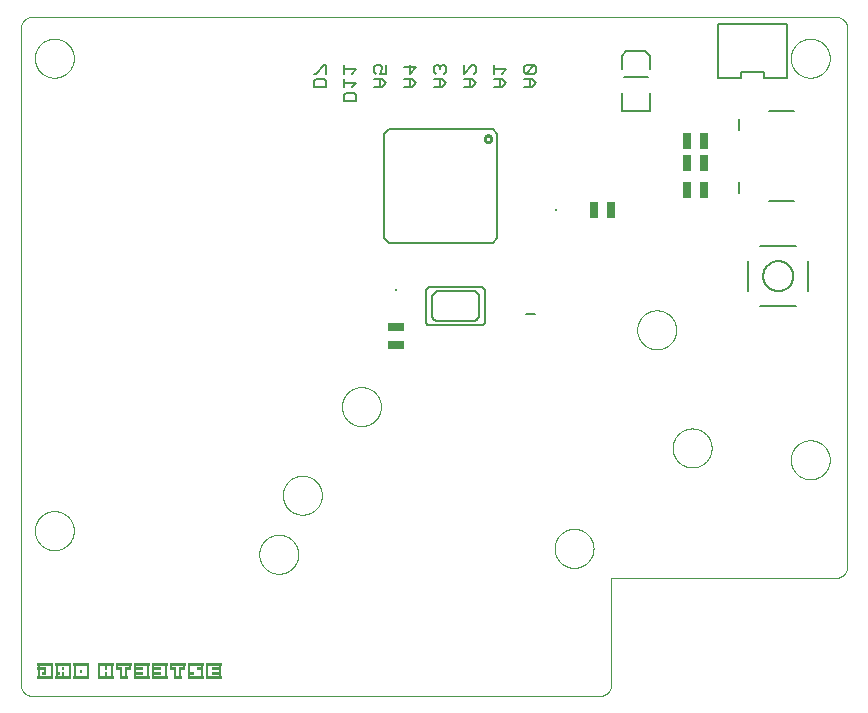
<source format=gbo>
G75*
%MOIN*%
%OFA0B0*%
%FSLAX25Y25*%
%IPPOS*%
%LPD*%
%AMOC8*
5,1,8,0,0,1.08239X$1,22.5*
%
%ADD10C,0.00000*%
%ADD11R,0.05200X0.00200*%
%ADD12R,0.02400X0.00200*%
%ADD13R,0.00800X0.00200*%
%ADD14R,0.03000X0.00200*%
%ADD15R,0.02200X0.00200*%
%ADD16R,0.01400X0.00200*%
%ADD17R,0.01600X0.00200*%
%ADD18C,0.00800*%
%ADD19R,0.02559X0.05512*%
%ADD20C,0.00500*%
%ADD21R,0.00787X0.00787*%
%ADD22R,0.05512X0.02559*%
%ADD23C,0.01000*%
D10*
X0005437Y0001500D02*
X0194413Y0001500D01*
X0194537Y0001502D01*
X0194660Y0001508D01*
X0194784Y0001517D01*
X0194906Y0001531D01*
X0195029Y0001548D01*
X0195151Y0001570D01*
X0195272Y0001595D01*
X0195392Y0001624D01*
X0195511Y0001656D01*
X0195630Y0001693D01*
X0195747Y0001733D01*
X0195862Y0001776D01*
X0195977Y0001824D01*
X0196089Y0001875D01*
X0196200Y0001929D01*
X0196310Y0001987D01*
X0196417Y0002048D01*
X0196523Y0002113D01*
X0196626Y0002181D01*
X0196727Y0002252D01*
X0196826Y0002326D01*
X0196923Y0002403D01*
X0197017Y0002484D01*
X0197108Y0002567D01*
X0197197Y0002653D01*
X0197283Y0002742D01*
X0197366Y0002833D01*
X0197447Y0002927D01*
X0197524Y0003024D01*
X0197598Y0003123D01*
X0197669Y0003224D01*
X0197737Y0003327D01*
X0197802Y0003433D01*
X0197863Y0003540D01*
X0197921Y0003650D01*
X0197975Y0003761D01*
X0198026Y0003873D01*
X0198074Y0003988D01*
X0198117Y0004103D01*
X0198157Y0004220D01*
X0198194Y0004339D01*
X0198226Y0004458D01*
X0198255Y0004578D01*
X0198280Y0004699D01*
X0198302Y0004821D01*
X0198319Y0004944D01*
X0198333Y0005066D01*
X0198342Y0005190D01*
X0198348Y0005313D01*
X0198350Y0005437D01*
X0198350Y0040870D01*
X0273154Y0040870D01*
X0273278Y0040872D01*
X0273401Y0040878D01*
X0273525Y0040887D01*
X0273647Y0040901D01*
X0273770Y0040918D01*
X0273892Y0040940D01*
X0274013Y0040965D01*
X0274133Y0040994D01*
X0274252Y0041026D01*
X0274371Y0041063D01*
X0274488Y0041103D01*
X0274603Y0041146D01*
X0274718Y0041194D01*
X0274830Y0041245D01*
X0274941Y0041299D01*
X0275051Y0041357D01*
X0275158Y0041418D01*
X0275264Y0041483D01*
X0275367Y0041551D01*
X0275468Y0041622D01*
X0275567Y0041696D01*
X0275664Y0041773D01*
X0275758Y0041854D01*
X0275849Y0041937D01*
X0275938Y0042023D01*
X0276024Y0042112D01*
X0276107Y0042203D01*
X0276188Y0042297D01*
X0276265Y0042394D01*
X0276339Y0042493D01*
X0276410Y0042594D01*
X0276478Y0042697D01*
X0276543Y0042803D01*
X0276604Y0042910D01*
X0276662Y0043020D01*
X0276716Y0043131D01*
X0276767Y0043243D01*
X0276815Y0043358D01*
X0276858Y0043473D01*
X0276898Y0043590D01*
X0276935Y0043709D01*
X0276967Y0043828D01*
X0276996Y0043948D01*
X0277021Y0044069D01*
X0277043Y0044191D01*
X0277060Y0044314D01*
X0277074Y0044436D01*
X0277083Y0044560D01*
X0277089Y0044683D01*
X0277091Y0044807D01*
X0277091Y0223941D01*
X0277089Y0224065D01*
X0277083Y0224188D01*
X0277074Y0224312D01*
X0277060Y0224434D01*
X0277043Y0224557D01*
X0277021Y0224679D01*
X0276996Y0224800D01*
X0276967Y0224920D01*
X0276935Y0225039D01*
X0276898Y0225158D01*
X0276858Y0225275D01*
X0276815Y0225390D01*
X0276767Y0225505D01*
X0276716Y0225617D01*
X0276662Y0225728D01*
X0276604Y0225838D01*
X0276543Y0225945D01*
X0276478Y0226051D01*
X0276410Y0226154D01*
X0276339Y0226255D01*
X0276265Y0226354D01*
X0276188Y0226451D01*
X0276107Y0226545D01*
X0276024Y0226636D01*
X0275938Y0226725D01*
X0275849Y0226811D01*
X0275758Y0226894D01*
X0275664Y0226975D01*
X0275567Y0227052D01*
X0275468Y0227126D01*
X0275367Y0227197D01*
X0275264Y0227265D01*
X0275158Y0227330D01*
X0275051Y0227391D01*
X0274941Y0227449D01*
X0274830Y0227503D01*
X0274718Y0227554D01*
X0274603Y0227602D01*
X0274488Y0227645D01*
X0274371Y0227685D01*
X0274252Y0227722D01*
X0274133Y0227754D01*
X0274013Y0227783D01*
X0273892Y0227808D01*
X0273770Y0227830D01*
X0273647Y0227847D01*
X0273525Y0227861D01*
X0273401Y0227870D01*
X0273278Y0227876D01*
X0273154Y0227878D01*
X0005437Y0227878D01*
X0005313Y0227876D01*
X0005190Y0227870D01*
X0005066Y0227861D01*
X0004944Y0227847D01*
X0004821Y0227830D01*
X0004699Y0227808D01*
X0004578Y0227783D01*
X0004458Y0227754D01*
X0004339Y0227722D01*
X0004220Y0227685D01*
X0004103Y0227645D01*
X0003988Y0227602D01*
X0003873Y0227554D01*
X0003761Y0227503D01*
X0003650Y0227449D01*
X0003540Y0227391D01*
X0003433Y0227330D01*
X0003327Y0227265D01*
X0003224Y0227197D01*
X0003123Y0227126D01*
X0003024Y0227052D01*
X0002927Y0226975D01*
X0002833Y0226894D01*
X0002742Y0226811D01*
X0002653Y0226725D01*
X0002567Y0226636D01*
X0002484Y0226545D01*
X0002403Y0226451D01*
X0002326Y0226354D01*
X0002252Y0226255D01*
X0002181Y0226154D01*
X0002113Y0226051D01*
X0002048Y0225945D01*
X0001987Y0225838D01*
X0001929Y0225728D01*
X0001875Y0225617D01*
X0001824Y0225505D01*
X0001776Y0225390D01*
X0001733Y0225275D01*
X0001693Y0225158D01*
X0001656Y0225039D01*
X0001624Y0224920D01*
X0001595Y0224800D01*
X0001570Y0224679D01*
X0001548Y0224557D01*
X0001531Y0224434D01*
X0001517Y0224312D01*
X0001508Y0224188D01*
X0001502Y0224065D01*
X0001500Y0223941D01*
X0001500Y0005437D01*
X0001502Y0005313D01*
X0001508Y0005190D01*
X0001517Y0005066D01*
X0001531Y0004944D01*
X0001548Y0004821D01*
X0001570Y0004699D01*
X0001595Y0004578D01*
X0001624Y0004458D01*
X0001656Y0004339D01*
X0001693Y0004220D01*
X0001733Y0004103D01*
X0001776Y0003988D01*
X0001824Y0003873D01*
X0001875Y0003761D01*
X0001929Y0003650D01*
X0001987Y0003540D01*
X0002048Y0003433D01*
X0002113Y0003327D01*
X0002181Y0003224D01*
X0002252Y0003123D01*
X0002326Y0003024D01*
X0002403Y0002927D01*
X0002484Y0002833D01*
X0002567Y0002742D01*
X0002653Y0002653D01*
X0002742Y0002567D01*
X0002833Y0002484D01*
X0002927Y0002403D01*
X0003024Y0002326D01*
X0003123Y0002252D01*
X0003224Y0002181D01*
X0003327Y0002113D01*
X0003433Y0002048D01*
X0003540Y0001987D01*
X0003650Y0001929D01*
X0003761Y0001875D01*
X0003873Y0001824D01*
X0003988Y0001776D01*
X0004103Y0001733D01*
X0004220Y0001693D01*
X0004339Y0001656D01*
X0004458Y0001624D01*
X0004578Y0001595D01*
X0004699Y0001570D01*
X0004821Y0001548D01*
X0004944Y0001531D01*
X0005066Y0001517D01*
X0005190Y0001508D01*
X0005313Y0001502D01*
X0005437Y0001500D01*
X0006220Y0056618D02*
X0006222Y0056779D01*
X0006228Y0056939D01*
X0006238Y0057100D01*
X0006252Y0057260D01*
X0006270Y0057420D01*
X0006291Y0057579D01*
X0006317Y0057738D01*
X0006347Y0057896D01*
X0006380Y0058053D01*
X0006418Y0058210D01*
X0006459Y0058365D01*
X0006504Y0058519D01*
X0006553Y0058672D01*
X0006606Y0058824D01*
X0006662Y0058975D01*
X0006723Y0059124D01*
X0006786Y0059272D01*
X0006854Y0059418D01*
X0006925Y0059562D01*
X0006999Y0059704D01*
X0007077Y0059845D01*
X0007159Y0059983D01*
X0007244Y0060120D01*
X0007332Y0060254D01*
X0007424Y0060386D01*
X0007519Y0060516D01*
X0007617Y0060644D01*
X0007718Y0060769D01*
X0007822Y0060891D01*
X0007929Y0061011D01*
X0008039Y0061128D01*
X0008152Y0061243D01*
X0008268Y0061354D01*
X0008387Y0061463D01*
X0008508Y0061568D01*
X0008632Y0061671D01*
X0008758Y0061771D01*
X0008886Y0061867D01*
X0009017Y0061960D01*
X0009151Y0062050D01*
X0009286Y0062137D01*
X0009424Y0062220D01*
X0009563Y0062300D01*
X0009705Y0062376D01*
X0009848Y0062449D01*
X0009993Y0062518D01*
X0010140Y0062584D01*
X0010288Y0062646D01*
X0010438Y0062704D01*
X0010589Y0062759D01*
X0010742Y0062810D01*
X0010896Y0062857D01*
X0011051Y0062900D01*
X0011207Y0062939D01*
X0011363Y0062975D01*
X0011521Y0063006D01*
X0011679Y0063034D01*
X0011838Y0063058D01*
X0011998Y0063078D01*
X0012158Y0063094D01*
X0012318Y0063106D01*
X0012479Y0063114D01*
X0012640Y0063118D01*
X0012800Y0063118D01*
X0012961Y0063114D01*
X0013122Y0063106D01*
X0013282Y0063094D01*
X0013442Y0063078D01*
X0013602Y0063058D01*
X0013761Y0063034D01*
X0013919Y0063006D01*
X0014077Y0062975D01*
X0014233Y0062939D01*
X0014389Y0062900D01*
X0014544Y0062857D01*
X0014698Y0062810D01*
X0014851Y0062759D01*
X0015002Y0062704D01*
X0015152Y0062646D01*
X0015300Y0062584D01*
X0015447Y0062518D01*
X0015592Y0062449D01*
X0015735Y0062376D01*
X0015877Y0062300D01*
X0016016Y0062220D01*
X0016154Y0062137D01*
X0016289Y0062050D01*
X0016423Y0061960D01*
X0016554Y0061867D01*
X0016682Y0061771D01*
X0016808Y0061671D01*
X0016932Y0061568D01*
X0017053Y0061463D01*
X0017172Y0061354D01*
X0017288Y0061243D01*
X0017401Y0061128D01*
X0017511Y0061011D01*
X0017618Y0060891D01*
X0017722Y0060769D01*
X0017823Y0060644D01*
X0017921Y0060516D01*
X0018016Y0060386D01*
X0018108Y0060254D01*
X0018196Y0060120D01*
X0018281Y0059983D01*
X0018363Y0059845D01*
X0018441Y0059704D01*
X0018515Y0059562D01*
X0018586Y0059418D01*
X0018654Y0059272D01*
X0018717Y0059124D01*
X0018778Y0058975D01*
X0018834Y0058824D01*
X0018887Y0058672D01*
X0018936Y0058519D01*
X0018981Y0058365D01*
X0019022Y0058210D01*
X0019060Y0058053D01*
X0019093Y0057896D01*
X0019123Y0057738D01*
X0019149Y0057579D01*
X0019170Y0057420D01*
X0019188Y0057260D01*
X0019202Y0057100D01*
X0019212Y0056939D01*
X0019218Y0056779D01*
X0019220Y0056618D01*
X0019218Y0056457D01*
X0019212Y0056297D01*
X0019202Y0056136D01*
X0019188Y0055976D01*
X0019170Y0055816D01*
X0019149Y0055657D01*
X0019123Y0055498D01*
X0019093Y0055340D01*
X0019060Y0055183D01*
X0019022Y0055026D01*
X0018981Y0054871D01*
X0018936Y0054717D01*
X0018887Y0054564D01*
X0018834Y0054412D01*
X0018778Y0054261D01*
X0018717Y0054112D01*
X0018654Y0053964D01*
X0018586Y0053818D01*
X0018515Y0053674D01*
X0018441Y0053532D01*
X0018363Y0053391D01*
X0018281Y0053253D01*
X0018196Y0053116D01*
X0018108Y0052982D01*
X0018016Y0052850D01*
X0017921Y0052720D01*
X0017823Y0052592D01*
X0017722Y0052467D01*
X0017618Y0052345D01*
X0017511Y0052225D01*
X0017401Y0052108D01*
X0017288Y0051993D01*
X0017172Y0051882D01*
X0017053Y0051773D01*
X0016932Y0051668D01*
X0016808Y0051565D01*
X0016682Y0051465D01*
X0016554Y0051369D01*
X0016423Y0051276D01*
X0016289Y0051186D01*
X0016154Y0051099D01*
X0016016Y0051016D01*
X0015877Y0050936D01*
X0015735Y0050860D01*
X0015592Y0050787D01*
X0015447Y0050718D01*
X0015300Y0050652D01*
X0015152Y0050590D01*
X0015002Y0050532D01*
X0014851Y0050477D01*
X0014698Y0050426D01*
X0014544Y0050379D01*
X0014389Y0050336D01*
X0014233Y0050297D01*
X0014077Y0050261D01*
X0013919Y0050230D01*
X0013761Y0050202D01*
X0013602Y0050178D01*
X0013442Y0050158D01*
X0013282Y0050142D01*
X0013122Y0050130D01*
X0012961Y0050122D01*
X0012800Y0050118D01*
X0012640Y0050118D01*
X0012479Y0050122D01*
X0012318Y0050130D01*
X0012158Y0050142D01*
X0011998Y0050158D01*
X0011838Y0050178D01*
X0011679Y0050202D01*
X0011521Y0050230D01*
X0011363Y0050261D01*
X0011207Y0050297D01*
X0011051Y0050336D01*
X0010896Y0050379D01*
X0010742Y0050426D01*
X0010589Y0050477D01*
X0010438Y0050532D01*
X0010288Y0050590D01*
X0010140Y0050652D01*
X0009993Y0050718D01*
X0009848Y0050787D01*
X0009705Y0050860D01*
X0009563Y0050936D01*
X0009424Y0051016D01*
X0009286Y0051099D01*
X0009151Y0051186D01*
X0009017Y0051276D01*
X0008886Y0051369D01*
X0008758Y0051465D01*
X0008632Y0051565D01*
X0008508Y0051668D01*
X0008387Y0051773D01*
X0008268Y0051882D01*
X0008152Y0051993D01*
X0008039Y0052108D01*
X0007929Y0052225D01*
X0007822Y0052345D01*
X0007718Y0052467D01*
X0007617Y0052592D01*
X0007519Y0052720D01*
X0007424Y0052850D01*
X0007332Y0052982D01*
X0007244Y0053116D01*
X0007159Y0053253D01*
X0007077Y0053391D01*
X0006999Y0053532D01*
X0006925Y0053674D01*
X0006854Y0053818D01*
X0006786Y0053964D01*
X0006723Y0054112D01*
X0006662Y0054261D01*
X0006606Y0054412D01*
X0006553Y0054564D01*
X0006504Y0054717D01*
X0006459Y0054871D01*
X0006418Y0055026D01*
X0006380Y0055183D01*
X0006347Y0055340D01*
X0006317Y0055498D01*
X0006291Y0055657D01*
X0006270Y0055816D01*
X0006252Y0055976D01*
X0006238Y0056136D01*
X0006228Y0056297D01*
X0006222Y0056457D01*
X0006220Y0056618D01*
X0081024Y0048744D02*
X0081026Y0048905D01*
X0081032Y0049065D01*
X0081042Y0049226D01*
X0081056Y0049386D01*
X0081074Y0049546D01*
X0081095Y0049705D01*
X0081121Y0049864D01*
X0081151Y0050022D01*
X0081184Y0050179D01*
X0081222Y0050336D01*
X0081263Y0050491D01*
X0081308Y0050645D01*
X0081357Y0050798D01*
X0081410Y0050950D01*
X0081466Y0051101D01*
X0081527Y0051250D01*
X0081590Y0051398D01*
X0081658Y0051544D01*
X0081729Y0051688D01*
X0081803Y0051830D01*
X0081881Y0051971D01*
X0081963Y0052109D01*
X0082048Y0052246D01*
X0082136Y0052380D01*
X0082228Y0052512D01*
X0082323Y0052642D01*
X0082421Y0052770D01*
X0082522Y0052895D01*
X0082626Y0053017D01*
X0082733Y0053137D01*
X0082843Y0053254D01*
X0082956Y0053369D01*
X0083072Y0053480D01*
X0083191Y0053589D01*
X0083312Y0053694D01*
X0083436Y0053797D01*
X0083562Y0053897D01*
X0083690Y0053993D01*
X0083821Y0054086D01*
X0083955Y0054176D01*
X0084090Y0054263D01*
X0084228Y0054346D01*
X0084367Y0054426D01*
X0084509Y0054502D01*
X0084652Y0054575D01*
X0084797Y0054644D01*
X0084944Y0054710D01*
X0085092Y0054772D01*
X0085242Y0054830D01*
X0085393Y0054885D01*
X0085546Y0054936D01*
X0085700Y0054983D01*
X0085855Y0055026D01*
X0086011Y0055065D01*
X0086167Y0055101D01*
X0086325Y0055132D01*
X0086483Y0055160D01*
X0086642Y0055184D01*
X0086802Y0055204D01*
X0086962Y0055220D01*
X0087122Y0055232D01*
X0087283Y0055240D01*
X0087444Y0055244D01*
X0087604Y0055244D01*
X0087765Y0055240D01*
X0087926Y0055232D01*
X0088086Y0055220D01*
X0088246Y0055204D01*
X0088406Y0055184D01*
X0088565Y0055160D01*
X0088723Y0055132D01*
X0088881Y0055101D01*
X0089037Y0055065D01*
X0089193Y0055026D01*
X0089348Y0054983D01*
X0089502Y0054936D01*
X0089655Y0054885D01*
X0089806Y0054830D01*
X0089956Y0054772D01*
X0090104Y0054710D01*
X0090251Y0054644D01*
X0090396Y0054575D01*
X0090539Y0054502D01*
X0090681Y0054426D01*
X0090820Y0054346D01*
X0090958Y0054263D01*
X0091093Y0054176D01*
X0091227Y0054086D01*
X0091358Y0053993D01*
X0091486Y0053897D01*
X0091612Y0053797D01*
X0091736Y0053694D01*
X0091857Y0053589D01*
X0091976Y0053480D01*
X0092092Y0053369D01*
X0092205Y0053254D01*
X0092315Y0053137D01*
X0092422Y0053017D01*
X0092526Y0052895D01*
X0092627Y0052770D01*
X0092725Y0052642D01*
X0092820Y0052512D01*
X0092912Y0052380D01*
X0093000Y0052246D01*
X0093085Y0052109D01*
X0093167Y0051971D01*
X0093245Y0051830D01*
X0093319Y0051688D01*
X0093390Y0051544D01*
X0093458Y0051398D01*
X0093521Y0051250D01*
X0093582Y0051101D01*
X0093638Y0050950D01*
X0093691Y0050798D01*
X0093740Y0050645D01*
X0093785Y0050491D01*
X0093826Y0050336D01*
X0093864Y0050179D01*
X0093897Y0050022D01*
X0093927Y0049864D01*
X0093953Y0049705D01*
X0093974Y0049546D01*
X0093992Y0049386D01*
X0094006Y0049226D01*
X0094016Y0049065D01*
X0094022Y0048905D01*
X0094024Y0048744D01*
X0094022Y0048583D01*
X0094016Y0048423D01*
X0094006Y0048262D01*
X0093992Y0048102D01*
X0093974Y0047942D01*
X0093953Y0047783D01*
X0093927Y0047624D01*
X0093897Y0047466D01*
X0093864Y0047309D01*
X0093826Y0047152D01*
X0093785Y0046997D01*
X0093740Y0046843D01*
X0093691Y0046690D01*
X0093638Y0046538D01*
X0093582Y0046387D01*
X0093521Y0046238D01*
X0093458Y0046090D01*
X0093390Y0045944D01*
X0093319Y0045800D01*
X0093245Y0045658D01*
X0093167Y0045517D01*
X0093085Y0045379D01*
X0093000Y0045242D01*
X0092912Y0045108D01*
X0092820Y0044976D01*
X0092725Y0044846D01*
X0092627Y0044718D01*
X0092526Y0044593D01*
X0092422Y0044471D01*
X0092315Y0044351D01*
X0092205Y0044234D01*
X0092092Y0044119D01*
X0091976Y0044008D01*
X0091857Y0043899D01*
X0091736Y0043794D01*
X0091612Y0043691D01*
X0091486Y0043591D01*
X0091358Y0043495D01*
X0091227Y0043402D01*
X0091093Y0043312D01*
X0090958Y0043225D01*
X0090820Y0043142D01*
X0090681Y0043062D01*
X0090539Y0042986D01*
X0090396Y0042913D01*
X0090251Y0042844D01*
X0090104Y0042778D01*
X0089956Y0042716D01*
X0089806Y0042658D01*
X0089655Y0042603D01*
X0089502Y0042552D01*
X0089348Y0042505D01*
X0089193Y0042462D01*
X0089037Y0042423D01*
X0088881Y0042387D01*
X0088723Y0042356D01*
X0088565Y0042328D01*
X0088406Y0042304D01*
X0088246Y0042284D01*
X0088086Y0042268D01*
X0087926Y0042256D01*
X0087765Y0042248D01*
X0087604Y0042244D01*
X0087444Y0042244D01*
X0087283Y0042248D01*
X0087122Y0042256D01*
X0086962Y0042268D01*
X0086802Y0042284D01*
X0086642Y0042304D01*
X0086483Y0042328D01*
X0086325Y0042356D01*
X0086167Y0042387D01*
X0086011Y0042423D01*
X0085855Y0042462D01*
X0085700Y0042505D01*
X0085546Y0042552D01*
X0085393Y0042603D01*
X0085242Y0042658D01*
X0085092Y0042716D01*
X0084944Y0042778D01*
X0084797Y0042844D01*
X0084652Y0042913D01*
X0084509Y0042986D01*
X0084367Y0043062D01*
X0084228Y0043142D01*
X0084090Y0043225D01*
X0083955Y0043312D01*
X0083821Y0043402D01*
X0083690Y0043495D01*
X0083562Y0043591D01*
X0083436Y0043691D01*
X0083312Y0043794D01*
X0083191Y0043899D01*
X0083072Y0044008D01*
X0082956Y0044119D01*
X0082843Y0044234D01*
X0082733Y0044351D01*
X0082626Y0044471D01*
X0082522Y0044593D01*
X0082421Y0044718D01*
X0082323Y0044846D01*
X0082228Y0044976D01*
X0082136Y0045108D01*
X0082048Y0045242D01*
X0081963Y0045379D01*
X0081881Y0045517D01*
X0081803Y0045658D01*
X0081729Y0045800D01*
X0081658Y0045944D01*
X0081590Y0046090D01*
X0081527Y0046238D01*
X0081466Y0046387D01*
X0081410Y0046538D01*
X0081357Y0046690D01*
X0081308Y0046843D01*
X0081263Y0046997D01*
X0081222Y0047152D01*
X0081184Y0047309D01*
X0081151Y0047466D01*
X0081121Y0047624D01*
X0081095Y0047783D01*
X0081074Y0047942D01*
X0081056Y0048102D01*
X0081042Y0048262D01*
X0081032Y0048423D01*
X0081026Y0048583D01*
X0081024Y0048744D01*
X0088898Y0068429D02*
X0088900Y0068590D01*
X0088906Y0068750D01*
X0088916Y0068911D01*
X0088930Y0069071D01*
X0088948Y0069231D01*
X0088969Y0069390D01*
X0088995Y0069549D01*
X0089025Y0069707D01*
X0089058Y0069864D01*
X0089096Y0070021D01*
X0089137Y0070176D01*
X0089182Y0070330D01*
X0089231Y0070483D01*
X0089284Y0070635D01*
X0089340Y0070786D01*
X0089401Y0070935D01*
X0089464Y0071083D01*
X0089532Y0071229D01*
X0089603Y0071373D01*
X0089677Y0071515D01*
X0089755Y0071656D01*
X0089837Y0071794D01*
X0089922Y0071931D01*
X0090010Y0072065D01*
X0090102Y0072197D01*
X0090197Y0072327D01*
X0090295Y0072455D01*
X0090396Y0072580D01*
X0090500Y0072702D01*
X0090607Y0072822D01*
X0090717Y0072939D01*
X0090830Y0073054D01*
X0090946Y0073165D01*
X0091065Y0073274D01*
X0091186Y0073379D01*
X0091310Y0073482D01*
X0091436Y0073582D01*
X0091564Y0073678D01*
X0091695Y0073771D01*
X0091829Y0073861D01*
X0091964Y0073948D01*
X0092102Y0074031D01*
X0092241Y0074111D01*
X0092383Y0074187D01*
X0092526Y0074260D01*
X0092671Y0074329D01*
X0092818Y0074395D01*
X0092966Y0074457D01*
X0093116Y0074515D01*
X0093267Y0074570D01*
X0093420Y0074621D01*
X0093574Y0074668D01*
X0093729Y0074711D01*
X0093885Y0074750D01*
X0094041Y0074786D01*
X0094199Y0074817D01*
X0094357Y0074845D01*
X0094516Y0074869D01*
X0094676Y0074889D01*
X0094836Y0074905D01*
X0094996Y0074917D01*
X0095157Y0074925D01*
X0095318Y0074929D01*
X0095478Y0074929D01*
X0095639Y0074925D01*
X0095800Y0074917D01*
X0095960Y0074905D01*
X0096120Y0074889D01*
X0096280Y0074869D01*
X0096439Y0074845D01*
X0096597Y0074817D01*
X0096755Y0074786D01*
X0096911Y0074750D01*
X0097067Y0074711D01*
X0097222Y0074668D01*
X0097376Y0074621D01*
X0097529Y0074570D01*
X0097680Y0074515D01*
X0097830Y0074457D01*
X0097978Y0074395D01*
X0098125Y0074329D01*
X0098270Y0074260D01*
X0098413Y0074187D01*
X0098555Y0074111D01*
X0098694Y0074031D01*
X0098832Y0073948D01*
X0098967Y0073861D01*
X0099101Y0073771D01*
X0099232Y0073678D01*
X0099360Y0073582D01*
X0099486Y0073482D01*
X0099610Y0073379D01*
X0099731Y0073274D01*
X0099850Y0073165D01*
X0099966Y0073054D01*
X0100079Y0072939D01*
X0100189Y0072822D01*
X0100296Y0072702D01*
X0100400Y0072580D01*
X0100501Y0072455D01*
X0100599Y0072327D01*
X0100694Y0072197D01*
X0100786Y0072065D01*
X0100874Y0071931D01*
X0100959Y0071794D01*
X0101041Y0071656D01*
X0101119Y0071515D01*
X0101193Y0071373D01*
X0101264Y0071229D01*
X0101332Y0071083D01*
X0101395Y0070935D01*
X0101456Y0070786D01*
X0101512Y0070635D01*
X0101565Y0070483D01*
X0101614Y0070330D01*
X0101659Y0070176D01*
X0101700Y0070021D01*
X0101738Y0069864D01*
X0101771Y0069707D01*
X0101801Y0069549D01*
X0101827Y0069390D01*
X0101848Y0069231D01*
X0101866Y0069071D01*
X0101880Y0068911D01*
X0101890Y0068750D01*
X0101896Y0068590D01*
X0101898Y0068429D01*
X0101896Y0068268D01*
X0101890Y0068108D01*
X0101880Y0067947D01*
X0101866Y0067787D01*
X0101848Y0067627D01*
X0101827Y0067468D01*
X0101801Y0067309D01*
X0101771Y0067151D01*
X0101738Y0066994D01*
X0101700Y0066837D01*
X0101659Y0066682D01*
X0101614Y0066528D01*
X0101565Y0066375D01*
X0101512Y0066223D01*
X0101456Y0066072D01*
X0101395Y0065923D01*
X0101332Y0065775D01*
X0101264Y0065629D01*
X0101193Y0065485D01*
X0101119Y0065343D01*
X0101041Y0065202D01*
X0100959Y0065064D01*
X0100874Y0064927D01*
X0100786Y0064793D01*
X0100694Y0064661D01*
X0100599Y0064531D01*
X0100501Y0064403D01*
X0100400Y0064278D01*
X0100296Y0064156D01*
X0100189Y0064036D01*
X0100079Y0063919D01*
X0099966Y0063804D01*
X0099850Y0063693D01*
X0099731Y0063584D01*
X0099610Y0063479D01*
X0099486Y0063376D01*
X0099360Y0063276D01*
X0099232Y0063180D01*
X0099101Y0063087D01*
X0098967Y0062997D01*
X0098832Y0062910D01*
X0098694Y0062827D01*
X0098555Y0062747D01*
X0098413Y0062671D01*
X0098270Y0062598D01*
X0098125Y0062529D01*
X0097978Y0062463D01*
X0097830Y0062401D01*
X0097680Y0062343D01*
X0097529Y0062288D01*
X0097376Y0062237D01*
X0097222Y0062190D01*
X0097067Y0062147D01*
X0096911Y0062108D01*
X0096755Y0062072D01*
X0096597Y0062041D01*
X0096439Y0062013D01*
X0096280Y0061989D01*
X0096120Y0061969D01*
X0095960Y0061953D01*
X0095800Y0061941D01*
X0095639Y0061933D01*
X0095478Y0061929D01*
X0095318Y0061929D01*
X0095157Y0061933D01*
X0094996Y0061941D01*
X0094836Y0061953D01*
X0094676Y0061969D01*
X0094516Y0061989D01*
X0094357Y0062013D01*
X0094199Y0062041D01*
X0094041Y0062072D01*
X0093885Y0062108D01*
X0093729Y0062147D01*
X0093574Y0062190D01*
X0093420Y0062237D01*
X0093267Y0062288D01*
X0093116Y0062343D01*
X0092966Y0062401D01*
X0092818Y0062463D01*
X0092671Y0062529D01*
X0092526Y0062598D01*
X0092383Y0062671D01*
X0092241Y0062747D01*
X0092102Y0062827D01*
X0091964Y0062910D01*
X0091829Y0062997D01*
X0091695Y0063087D01*
X0091564Y0063180D01*
X0091436Y0063276D01*
X0091310Y0063376D01*
X0091186Y0063479D01*
X0091065Y0063584D01*
X0090946Y0063693D01*
X0090830Y0063804D01*
X0090717Y0063919D01*
X0090607Y0064036D01*
X0090500Y0064156D01*
X0090396Y0064278D01*
X0090295Y0064403D01*
X0090197Y0064531D01*
X0090102Y0064661D01*
X0090010Y0064793D01*
X0089922Y0064927D01*
X0089837Y0065064D01*
X0089755Y0065202D01*
X0089677Y0065343D01*
X0089603Y0065485D01*
X0089532Y0065629D01*
X0089464Y0065775D01*
X0089401Y0065923D01*
X0089340Y0066072D01*
X0089284Y0066223D01*
X0089231Y0066375D01*
X0089182Y0066528D01*
X0089137Y0066682D01*
X0089096Y0066837D01*
X0089058Y0066994D01*
X0089025Y0067151D01*
X0088995Y0067309D01*
X0088969Y0067468D01*
X0088948Y0067627D01*
X0088930Y0067787D01*
X0088916Y0067947D01*
X0088906Y0068108D01*
X0088900Y0068268D01*
X0088898Y0068429D01*
X0108583Y0097957D02*
X0108585Y0098118D01*
X0108591Y0098278D01*
X0108601Y0098439D01*
X0108615Y0098599D01*
X0108633Y0098759D01*
X0108654Y0098918D01*
X0108680Y0099077D01*
X0108710Y0099235D01*
X0108743Y0099392D01*
X0108781Y0099549D01*
X0108822Y0099704D01*
X0108867Y0099858D01*
X0108916Y0100011D01*
X0108969Y0100163D01*
X0109025Y0100314D01*
X0109086Y0100463D01*
X0109149Y0100611D01*
X0109217Y0100757D01*
X0109288Y0100901D01*
X0109362Y0101043D01*
X0109440Y0101184D01*
X0109522Y0101322D01*
X0109607Y0101459D01*
X0109695Y0101593D01*
X0109787Y0101725D01*
X0109882Y0101855D01*
X0109980Y0101983D01*
X0110081Y0102108D01*
X0110185Y0102230D01*
X0110292Y0102350D01*
X0110402Y0102467D01*
X0110515Y0102582D01*
X0110631Y0102693D01*
X0110750Y0102802D01*
X0110871Y0102907D01*
X0110995Y0103010D01*
X0111121Y0103110D01*
X0111249Y0103206D01*
X0111380Y0103299D01*
X0111514Y0103389D01*
X0111649Y0103476D01*
X0111787Y0103559D01*
X0111926Y0103639D01*
X0112068Y0103715D01*
X0112211Y0103788D01*
X0112356Y0103857D01*
X0112503Y0103923D01*
X0112651Y0103985D01*
X0112801Y0104043D01*
X0112952Y0104098D01*
X0113105Y0104149D01*
X0113259Y0104196D01*
X0113414Y0104239D01*
X0113570Y0104278D01*
X0113726Y0104314D01*
X0113884Y0104345D01*
X0114042Y0104373D01*
X0114201Y0104397D01*
X0114361Y0104417D01*
X0114521Y0104433D01*
X0114681Y0104445D01*
X0114842Y0104453D01*
X0115003Y0104457D01*
X0115163Y0104457D01*
X0115324Y0104453D01*
X0115485Y0104445D01*
X0115645Y0104433D01*
X0115805Y0104417D01*
X0115965Y0104397D01*
X0116124Y0104373D01*
X0116282Y0104345D01*
X0116440Y0104314D01*
X0116596Y0104278D01*
X0116752Y0104239D01*
X0116907Y0104196D01*
X0117061Y0104149D01*
X0117214Y0104098D01*
X0117365Y0104043D01*
X0117515Y0103985D01*
X0117663Y0103923D01*
X0117810Y0103857D01*
X0117955Y0103788D01*
X0118098Y0103715D01*
X0118240Y0103639D01*
X0118379Y0103559D01*
X0118517Y0103476D01*
X0118652Y0103389D01*
X0118786Y0103299D01*
X0118917Y0103206D01*
X0119045Y0103110D01*
X0119171Y0103010D01*
X0119295Y0102907D01*
X0119416Y0102802D01*
X0119535Y0102693D01*
X0119651Y0102582D01*
X0119764Y0102467D01*
X0119874Y0102350D01*
X0119981Y0102230D01*
X0120085Y0102108D01*
X0120186Y0101983D01*
X0120284Y0101855D01*
X0120379Y0101725D01*
X0120471Y0101593D01*
X0120559Y0101459D01*
X0120644Y0101322D01*
X0120726Y0101184D01*
X0120804Y0101043D01*
X0120878Y0100901D01*
X0120949Y0100757D01*
X0121017Y0100611D01*
X0121080Y0100463D01*
X0121141Y0100314D01*
X0121197Y0100163D01*
X0121250Y0100011D01*
X0121299Y0099858D01*
X0121344Y0099704D01*
X0121385Y0099549D01*
X0121423Y0099392D01*
X0121456Y0099235D01*
X0121486Y0099077D01*
X0121512Y0098918D01*
X0121533Y0098759D01*
X0121551Y0098599D01*
X0121565Y0098439D01*
X0121575Y0098278D01*
X0121581Y0098118D01*
X0121583Y0097957D01*
X0121581Y0097796D01*
X0121575Y0097636D01*
X0121565Y0097475D01*
X0121551Y0097315D01*
X0121533Y0097155D01*
X0121512Y0096996D01*
X0121486Y0096837D01*
X0121456Y0096679D01*
X0121423Y0096522D01*
X0121385Y0096365D01*
X0121344Y0096210D01*
X0121299Y0096056D01*
X0121250Y0095903D01*
X0121197Y0095751D01*
X0121141Y0095600D01*
X0121080Y0095451D01*
X0121017Y0095303D01*
X0120949Y0095157D01*
X0120878Y0095013D01*
X0120804Y0094871D01*
X0120726Y0094730D01*
X0120644Y0094592D01*
X0120559Y0094455D01*
X0120471Y0094321D01*
X0120379Y0094189D01*
X0120284Y0094059D01*
X0120186Y0093931D01*
X0120085Y0093806D01*
X0119981Y0093684D01*
X0119874Y0093564D01*
X0119764Y0093447D01*
X0119651Y0093332D01*
X0119535Y0093221D01*
X0119416Y0093112D01*
X0119295Y0093007D01*
X0119171Y0092904D01*
X0119045Y0092804D01*
X0118917Y0092708D01*
X0118786Y0092615D01*
X0118652Y0092525D01*
X0118517Y0092438D01*
X0118379Y0092355D01*
X0118240Y0092275D01*
X0118098Y0092199D01*
X0117955Y0092126D01*
X0117810Y0092057D01*
X0117663Y0091991D01*
X0117515Y0091929D01*
X0117365Y0091871D01*
X0117214Y0091816D01*
X0117061Y0091765D01*
X0116907Y0091718D01*
X0116752Y0091675D01*
X0116596Y0091636D01*
X0116440Y0091600D01*
X0116282Y0091569D01*
X0116124Y0091541D01*
X0115965Y0091517D01*
X0115805Y0091497D01*
X0115645Y0091481D01*
X0115485Y0091469D01*
X0115324Y0091461D01*
X0115163Y0091457D01*
X0115003Y0091457D01*
X0114842Y0091461D01*
X0114681Y0091469D01*
X0114521Y0091481D01*
X0114361Y0091497D01*
X0114201Y0091517D01*
X0114042Y0091541D01*
X0113884Y0091569D01*
X0113726Y0091600D01*
X0113570Y0091636D01*
X0113414Y0091675D01*
X0113259Y0091718D01*
X0113105Y0091765D01*
X0112952Y0091816D01*
X0112801Y0091871D01*
X0112651Y0091929D01*
X0112503Y0091991D01*
X0112356Y0092057D01*
X0112211Y0092126D01*
X0112068Y0092199D01*
X0111926Y0092275D01*
X0111787Y0092355D01*
X0111649Y0092438D01*
X0111514Y0092525D01*
X0111380Y0092615D01*
X0111249Y0092708D01*
X0111121Y0092804D01*
X0110995Y0092904D01*
X0110871Y0093007D01*
X0110750Y0093112D01*
X0110631Y0093221D01*
X0110515Y0093332D01*
X0110402Y0093447D01*
X0110292Y0093564D01*
X0110185Y0093684D01*
X0110081Y0093806D01*
X0109980Y0093931D01*
X0109882Y0094059D01*
X0109787Y0094189D01*
X0109695Y0094321D01*
X0109607Y0094455D01*
X0109522Y0094592D01*
X0109440Y0094730D01*
X0109362Y0094871D01*
X0109288Y0095013D01*
X0109217Y0095157D01*
X0109149Y0095303D01*
X0109086Y0095451D01*
X0109025Y0095600D01*
X0108969Y0095751D01*
X0108916Y0095903D01*
X0108867Y0096056D01*
X0108822Y0096210D01*
X0108781Y0096365D01*
X0108743Y0096522D01*
X0108710Y0096679D01*
X0108680Y0096837D01*
X0108654Y0096996D01*
X0108633Y0097155D01*
X0108615Y0097315D01*
X0108601Y0097475D01*
X0108591Y0097636D01*
X0108585Y0097796D01*
X0108583Y0097957D01*
X0179449Y0050713D02*
X0179451Y0050874D01*
X0179457Y0051034D01*
X0179467Y0051195D01*
X0179481Y0051355D01*
X0179499Y0051515D01*
X0179520Y0051674D01*
X0179546Y0051833D01*
X0179576Y0051991D01*
X0179609Y0052148D01*
X0179647Y0052305D01*
X0179688Y0052460D01*
X0179733Y0052614D01*
X0179782Y0052767D01*
X0179835Y0052919D01*
X0179891Y0053070D01*
X0179952Y0053219D01*
X0180015Y0053367D01*
X0180083Y0053513D01*
X0180154Y0053657D01*
X0180228Y0053799D01*
X0180306Y0053940D01*
X0180388Y0054078D01*
X0180473Y0054215D01*
X0180561Y0054349D01*
X0180653Y0054481D01*
X0180748Y0054611D01*
X0180846Y0054739D01*
X0180947Y0054864D01*
X0181051Y0054986D01*
X0181158Y0055106D01*
X0181268Y0055223D01*
X0181381Y0055338D01*
X0181497Y0055449D01*
X0181616Y0055558D01*
X0181737Y0055663D01*
X0181861Y0055766D01*
X0181987Y0055866D01*
X0182115Y0055962D01*
X0182246Y0056055D01*
X0182380Y0056145D01*
X0182515Y0056232D01*
X0182653Y0056315D01*
X0182792Y0056395D01*
X0182934Y0056471D01*
X0183077Y0056544D01*
X0183222Y0056613D01*
X0183369Y0056679D01*
X0183517Y0056741D01*
X0183667Y0056799D01*
X0183818Y0056854D01*
X0183971Y0056905D01*
X0184125Y0056952D01*
X0184280Y0056995D01*
X0184436Y0057034D01*
X0184592Y0057070D01*
X0184750Y0057101D01*
X0184908Y0057129D01*
X0185067Y0057153D01*
X0185227Y0057173D01*
X0185387Y0057189D01*
X0185547Y0057201D01*
X0185708Y0057209D01*
X0185869Y0057213D01*
X0186029Y0057213D01*
X0186190Y0057209D01*
X0186351Y0057201D01*
X0186511Y0057189D01*
X0186671Y0057173D01*
X0186831Y0057153D01*
X0186990Y0057129D01*
X0187148Y0057101D01*
X0187306Y0057070D01*
X0187462Y0057034D01*
X0187618Y0056995D01*
X0187773Y0056952D01*
X0187927Y0056905D01*
X0188080Y0056854D01*
X0188231Y0056799D01*
X0188381Y0056741D01*
X0188529Y0056679D01*
X0188676Y0056613D01*
X0188821Y0056544D01*
X0188964Y0056471D01*
X0189106Y0056395D01*
X0189245Y0056315D01*
X0189383Y0056232D01*
X0189518Y0056145D01*
X0189652Y0056055D01*
X0189783Y0055962D01*
X0189911Y0055866D01*
X0190037Y0055766D01*
X0190161Y0055663D01*
X0190282Y0055558D01*
X0190401Y0055449D01*
X0190517Y0055338D01*
X0190630Y0055223D01*
X0190740Y0055106D01*
X0190847Y0054986D01*
X0190951Y0054864D01*
X0191052Y0054739D01*
X0191150Y0054611D01*
X0191245Y0054481D01*
X0191337Y0054349D01*
X0191425Y0054215D01*
X0191510Y0054078D01*
X0191592Y0053940D01*
X0191670Y0053799D01*
X0191744Y0053657D01*
X0191815Y0053513D01*
X0191883Y0053367D01*
X0191946Y0053219D01*
X0192007Y0053070D01*
X0192063Y0052919D01*
X0192116Y0052767D01*
X0192165Y0052614D01*
X0192210Y0052460D01*
X0192251Y0052305D01*
X0192289Y0052148D01*
X0192322Y0051991D01*
X0192352Y0051833D01*
X0192378Y0051674D01*
X0192399Y0051515D01*
X0192417Y0051355D01*
X0192431Y0051195D01*
X0192441Y0051034D01*
X0192447Y0050874D01*
X0192449Y0050713D01*
X0192447Y0050552D01*
X0192441Y0050392D01*
X0192431Y0050231D01*
X0192417Y0050071D01*
X0192399Y0049911D01*
X0192378Y0049752D01*
X0192352Y0049593D01*
X0192322Y0049435D01*
X0192289Y0049278D01*
X0192251Y0049121D01*
X0192210Y0048966D01*
X0192165Y0048812D01*
X0192116Y0048659D01*
X0192063Y0048507D01*
X0192007Y0048356D01*
X0191946Y0048207D01*
X0191883Y0048059D01*
X0191815Y0047913D01*
X0191744Y0047769D01*
X0191670Y0047627D01*
X0191592Y0047486D01*
X0191510Y0047348D01*
X0191425Y0047211D01*
X0191337Y0047077D01*
X0191245Y0046945D01*
X0191150Y0046815D01*
X0191052Y0046687D01*
X0190951Y0046562D01*
X0190847Y0046440D01*
X0190740Y0046320D01*
X0190630Y0046203D01*
X0190517Y0046088D01*
X0190401Y0045977D01*
X0190282Y0045868D01*
X0190161Y0045763D01*
X0190037Y0045660D01*
X0189911Y0045560D01*
X0189783Y0045464D01*
X0189652Y0045371D01*
X0189518Y0045281D01*
X0189383Y0045194D01*
X0189245Y0045111D01*
X0189106Y0045031D01*
X0188964Y0044955D01*
X0188821Y0044882D01*
X0188676Y0044813D01*
X0188529Y0044747D01*
X0188381Y0044685D01*
X0188231Y0044627D01*
X0188080Y0044572D01*
X0187927Y0044521D01*
X0187773Y0044474D01*
X0187618Y0044431D01*
X0187462Y0044392D01*
X0187306Y0044356D01*
X0187148Y0044325D01*
X0186990Y0044297D01*
X0186831Y0044273D01*
X0186671Y0044253D01*
X0186511Y0044237D01*
X0186351Y0044225D01*
X0186190Y0044217D01*
X0186029Y0044213D01*
X0185869Y0044213D01*
X0185708Y0044217D01*
X0185547Y0044225D01*
X0185387Y0044237D01*
X0185227Y0044253D01*
X0185067Y0044273D01*
X0184908Y0044297D01*
X0184750Y0044325D01*
X0184592Y0044356D01*
X0184436Y0044392D01*
X0184280Y0044431D01*
X0184125Y0044474D01*
X0183971Y0044521D01*
X0183818Y0044572D01*
X0183667Y0044627D01*
X0183517Y0044685D01*
X0183369Y0044747D01*
X0183222Y0044813D01*
X0183077Y0044882D01*
X0182934Y0044955D01*
X0182792Y0045031D01*
X0182653Y0045111D01*
X0182515Y0045194D01*
X0182380Y0045281D01*
X0182246Y0045371D01*
X0182115Y0045464D01*
X0181987Y0045560D01*
X0181861Y0045660D01*
X0181737Y0045763D01*
X0181616Y0045868D01*
X0181497Y0045977D01*
X0181381Y0046088D01*
X0181268Y0046203D01*
X0181158Y0046320D01*
X0181051Y0046440D01*
X0180947Y0046562D01*
X0180846Y0046687D01*
X0180748Y0046815D01*
X0180653Y0046945D01*
X0180561Y0047077D01*
X0180473Y0047211D01*
X0180388Y0047348D01*
X0180306Y0047486D01*
X0180228Y0047627D01*
X0180154Y0047769D01*
X0180083Y0047913D01*
X0180015Y0048059D01*
X0179952Y0048207D01*
X0179891Y0048356D01*
X0179835Y0048507D01*
X0179782Y0048659D01*
X0179733Y0048812D01*
X0179688Y0048966D01*
X0179647Y0049121D01*
X0179609Y0049278D01*
X0179576Y0049435D01*
X0179546Y0049593D01*
X0179520Y0049752D01*
X0179499Y0049911D01*
X0179481Y0050071D01*
X0179467Y0050231D01*
X0179457Y0050392D01*
X0179451Y0050552D01*
X0179449Y0050713D01*
X0218819Y0084177D02*
X0218821Y0084338D01*
X0218827Y0084498D01*
X0218837Y0084659D01*
X0218851Y0084819D01*
X0218869Y0084979D01*
X0218890Y0085138D01*
X0218916Y0085297D01*
X0218946Y0085455D01*
X0218979Y0085612D01*
X0219017Y0085769D01*
X0219058Y0085924D01*
X0219103Y0086078D01*
X0219152Y0086231D01*
X0219205Y0086383D01*
X0219261Y0086534D01*
X0219322Y0086683D01*
X0219385Y0086831D01*
X0219453Y0086977D01*
X0219524Y0087121D01*
X0219598Y0087263D01*
X0219676Y0087404D01*
X0219758Y0087542D01*
X0219843Y0087679D01*
X0219931Y0087813D01*
X0220023Y0087945D01*
X0220118Y0088075D01*
X0220216Y0088203D01*
X0220317Y0088328D01*
X0220421Y0088450D01*
X0220528Y0088570D01*
X0220638Y0088687D01*
X0220751Y0088802D01*
X0220867Y0088913D01*
X0220986Y0089022D01*
X0221107Y0089127D01*
X0221231Y0089230D01*
X0221357Y0089330D01*
X0221485Y0089426D01*
X0221616Y0089519D01*
X0221750Y0089609D01*
X0221885Y0089696D01*
X0222023Y0089779D01*
X0222162Y0089859D01*
X0222304Y0089935D01*
X0222447Y0090008D01*
X0222592Y0090077D01*
X0222739Y0090143D01*
X0222887Y0090205D01*
X0223037Y0090263D01*
X0223188Y0090318D01*
X0223341Y0090369D01*
X0223495Y0090416D01*
X0223650Y0090459D01*
X0223806Y0090498D01*
X0223962Y0090534D01*
X0224120Y0090565D01*
X0224278Y0090593D01*
X0224437Y0090617D01*
X0224597Y0090637D01*
X0224757Y0090653D01*
X0224917Y0090665D01*
X0225078Y0090673D01*
X0225239Y0090677D01*
X0225399Y0090677D01*
X0225560Y0090673D01*
X0225721Y0090665D01*
X0225881Y0090653D01*
X0226041Y0090637D01*
X0226201Y0090617D01*
X0226360Y0090593D01*
X0226518Y0090565D01*
X0226676Y0090534D01*
X0226832Y0090498D01*
X0226988Y0090459D01*
X0227143Y0090416D01*
X0227297Y0090369D01*
X0227450Y0090318D01*
X0227601Y0090263D01*
X0227751Y0090205D01*
X0227899Y0090143D01*
X0228046Y0090077D01*
X0228191Y0090008D01*
X0228334Y0089935D01*
X0228476Y0089859D01*
X0228615Y0089779D01*
X0228753Y0089696D01*
X0228888Y0089609D01*
X0229022Y0089519D01*
X0229153Y0089426D01*
X0229281Y0089330D01*
X0229407Y0089230D01*
X0229531Y0089127D01*
X0229652Y0089022D01*
X0229771Y0088913D01*
X0229887Y0088802D01*
X0230000Y0088687D01*
X0230110Y0088570D01*
X0230217Y0088450D01*
X0230321Y0088328D01*
X0230422Y0088203D01*
X0230520Y0088075D01*
X0230615Y0087945D01*
X0230707Y0087813D01*
X0230795Y0087679D01*
X0230880Y0087542D01*
X0230962Y0087404D01*
X0231040Y0087263D01*
X0231114Y0087121D01*
X0231185Y0086977D01*
X0231253Y0086831D01*
X0231316Y0086683D01*
X0231377Y0086534D01*
X0231433Y0086383D01*
X0231486Y0086231D01*
X0231535Y0086078D01*
X0231580Y0085924D01*
X0231621Y0085769D01*
X0231659Y0085612D01*
X0231692Y0085455D01*
X0231722Y0085297D01*
X0231748Y0085138D01*
X0231769Y0084979D01*
X0231787Y0084819D01*
X0231801Y0084659D01*
X0231811Y0084498D01*
X0231817Y0084338D01*
X0231819Y0084177D01*
X0231817Y0084016D01*
X0231811Y0083856D01*
X0231801Y0083695D01*
X0231787Y0083535D01*
X0231769Y0083375D01*
X0231748Y0083216D01*
X0231722Y0083057D01*
X0231692Y0082899D01*
X0231659Y0082742D01*
X0231621Y0082585D01*
X0231580Y0082430D01*
X0231535Y0082276D01*
X0231486Y0082123D01*
X0231433Y0081971D01*
X0231377Y0081820D01*
X0231316Y0081671D01*
X0231253Y0081523D01*
X0231185Y0081377D01*
X0231114Y0081233D01*
X0231040Y0081091D01*
X0230962Y0080950D01*
X0230880Y0080812D01*
X0230795Y0080675D01*
X0230707Y0080541D01*
X0230615Y0080409D01*
X0230520Y0080279D01*
X0230422Y0080151D01*
X0230321Y0080026D01*
X0230217Y0079904D01*
X0230110Y0079784D01*
X0230000Y0079667D01*
X0229887Y0079552D01*
X0229771Y0079441D01*
X0229652Y0079332D01*
X0229531Y0079227D01*
X0229407Y0079124D01*
X0229281Y0079024D01*
X0229153Y0078928D01*
X0229022Y0078835D01*
X0228888Y0078745D01*
X0228753Y0078658D01*
X0228615Y0078575D01*
X0228476Y0078495D01*
X0228334Y0078419D01*
X0228191Y0078346D01*
X0228046Y0078277D01*
X0227899Y0078211D01*
X0227751Y0078149D01*
X0227601Y0078091D01*
X0227450Y0078036D01*
X0227297Y0077985D01*
X0227143Y0077938D01*
X0226988Y0077895D01*
X0226832Y0077856D01*
X0226676Y0077820D01*
X0226518Y0077789D01*
X0226360Y0077761D01*
X0226201Y0077737D01*
X0226041Y0077717D01*
X0225881Y0077701D01*
X0225721Y0077689D01*
X0225560Y0077681D01*
X0225399Y0077677D01*
X0225239Y0077677D01*
X0225078Y0077681D01*
X0224917Y0077689D01*
X0224757Y0077701D01*
X0224597Y0077717D01*
X0224437Y0077737D01*
X0224278Y0077761D01*
X0224120Y0077789D01*
X0223962Y0077820D01*
X0223806Y0077856D01*
X0223650Y0077895D01*
X0223495Y0077938D01*
X0223341Y0077985D01*
X0223188Y0078036D01*
X0223037Y0078091D01*
X0222887Y0078149D01*
X0222739Y0078211D01*
X0222592Y0078277D01*
X0222447Y0078346D01*
X0222304Y0078419D01*
X0222162Y0078495D01*
X0222023Y0078575D01*
X0221885Y0078658D01*
X0221750Y0078745D01*
X0221616Y0078835D01*
X0221485Y0078928D01*
X0221357Y0079024D01*
X0221231Y0079124D01*
X0221107Y0079227D01*
X0220986Y0079332D01*
X0220867Y0079441D01*
X0220751Y0079552D01*
X0220638Y0079667D01*
X0220528Y0079784D01*
X0220421Y0079904D01*
X0220317Y0080026D01*
X0220216Y0080151D01*
X0220118Y0080279D01*
X0220023Y0080409D01*
X0219931Y0080541D01*
X0219843Y0080675D01*
X0219758Y0080812D01*
X0219676Y0080950D01*
X0219598Y0081091D01*
X0219524Y0081233D01*
X0219453Y0081377D01*
X0219385Y0081523D01*
X0219322Y0081671D01*
X0219261Y0081820D01*
X0219205Y0081971D01*
X0219152Y0082123D01*
X0219103Y0082276D01*
X0219058Y0082430D01*
X0219017Y0082585D01*
X0218979Y0082742D01*
X0218946Y0082899D01*
X0218916Y0083057D01*
X0218890Y0083216D01*
X0218869Y0083375D01*
X0218851Y0083535D01*
X0218837Y0083695D01*
X0218827Y0083856D01*
X0218821Y0084016D01*
X0218819Y0084177D01*
X0258189Y0080240D02*
X0258191Y0080401D01*
X0258197Y0080561D01*
X0258207Y0080722D01*
X0258221Y0080882D01*
X0258239Y0081042D01*
X0258260Y0081201D01*
X0258286Y0081360D01*
X0258316Y0081518D01*
X0258349Y0081675D01*
X0258387Y0081832D01*
X0258428Y0081987D01*
X0258473Y0082141D01*
X0258522Y0082294D01*
X0258575Y0082446D01*
X0258631Y0082597D01*
X0258692Y0082746D01*
X0258755Y0082894D01*
X0258823Y0083040D01*
X0258894Y0083184D01*
X0258968Y0083326D01*
X0259046Y0083467D01*
X0259128Y0083605D01*
X0259213Y0083742D01*
X0259301Y0083876D01*
X0259393Y0084008D01*
X0259488Y0084138D01*
X0259586Y0084266D01*
X0259687Y0084391D01*
X0259791Y0084513D01*
X0259898Y0084633D01*
X0260008Y0084750D01*
X0260121Y0084865D01*
X0260237Y0084976D01*
X0260356Y0085085D01*
X0260477Y0085190D01*
X0260601Y0085293D01*
X0260727Y0085393D01*
X0260855Y0085489D01*
X0260986Y0085582D01*
X0261120Y0085672D01*
X0261255Y0085759D01*
X0261393Y0085842D01*
X0261532Y0085922D01*
X0261674Y0085998D01*
X0261817Y0086071D01*
X0261962Y0086140D01*
X0262109Y0086206D01*
X0262257Y0086268D01*
X0262407Y0086326D01*
X0262558Y0086381D01*
X0262711Y0086432D01*
X0262865Y0086479D01*
X0263020Y0086522D01*
X0263176Y0086561D01*
X0263332Y0086597D01*
X0263490Y0086628D01*
X0263648Y0086656D01*
X0263807Y0086680D01*
X0263967Y0086700D01*
X0264127Y0086716D01*
X0264287Y0086728D01*
X0264448Y0086736D01*
X0264609Y0086740D01*
X0264769Y0086740D01*
X0264930Y0086736D01*
X0265091Y0086728D01*
X0265251Y0086716D01*
X0265411Y0086700D01*
X0265571Y0086680D01*
X0265730Y0086656D01*
X0265888Y0086628D01*
X0266046Y0086597D01*
X0266202Y0086561D01*
X0266358Y0086522D01*
X0266513Y0086479D01*
X0266667Y0086432D01*
X0266820Y0086381D01*
X0266971Y0086326D01*
X0267121Y0086268D01*
X0267269Y0086206D01*
X0267416Y0086140D01*
X0267561Y0086071D01*
X0267704Y0085998D01*
X0267846Y0085922D01*
X0267985Y0085842D01*
X0268123Y0085759D01*
X0268258Y0085672D01*
X0268392Y0085582D01*
X0268523Y0085489D01*
X0268651Y0085393D01*
X0268777Y0085293D01*
X0268901Y0085190D01*
X0269022Y0085085D01*
X0269141Y0084976D01*
X0269257Y0084865D01*
X0269370Y0084750D01*
X0269480Y0084633D01*
X0269587Y0084513D01*
X0269691Y0084391D01*
X0269792Y0084266D01*
X0269890Y0084138D01*
X0269985Y0084008D01*
X0270077Y0083876D01*
X0270165Y0083742D01*
X0270250Y0083605D01*
X0270332Y0083467D01*
X0270410Y0083326D01*
X0270484Y0083184D01*
X0270555Y0083040D01*
X0270623Y0082894D01*
X0270686Y0082746D01*
X0270747Y0082597D01*
X0270803Y0082446D01*
X0270856Y0082294D01*
X0270905Y0082141D01*
X0270950Y0081987D01*
X0270991Y0081832D01*
X0271029Y0081675D01*
X0271062Y0081518D01*
X0271092Y0081360D01*
X0271118Y0081201D01*
X0271139Y0081042D01*
X0271157Y0080882D01*
X0271171Y0080722D01*
X0271181Y0080561D01*
X0271187Y0080401D01*
X0271189Y0080240D01*
X0271187Y0080079D01*
X0271181Y0079919D01*
X0271171Y0079758D01*
X0271157Y0079598D01*
X0271139Y0079438D01*
X0271118Y0079279D01*
X0271092Y0079120D01*
X0271062Y0078962D01*
X0271029Y0078805D01*
X0270991Y0078648D01*
X0270950Y0078493D01*
X0270905Y0078339D01*
X0270856Y0078186D01*
X0270803Y0078034D01*
X0270747Y0077883D01*
X0270686Y0077734D01*
X0270623Y0077586D01*
X0270555Y0077440D01*
X0270484Y0077296D01*
X0270410Y0077154D01*
X0270332Y0077013D01*
X0270250Y0076875D01*
X0270165Y0076738D01*
X0270077Y0076604D01*
X0269985Y0076472D01*
X0269890Y0076342D01*
X0269792Y0076214D01*
X0269691Y0076089D01*
X0269587Y0075967D01*
X0269480Y0075847D01*
X0269370Y0075730D01*
X0269257Y0075615D01*
X0269141Y0075504D01*
X0269022Y0075395D01*
X0268901Y0075290D01*
X0268777Y0075187D01*
X0268651Y0075087D01*
X0268523Y0074991D01*
X0268392Y0074898D01*
X0268258Y0074808D01*
X0268123Y0074721D01*
X0267985Y0074638D01*
X0267846Y0074558D01*
X0267704Y0074482D01*
X0267561Y0074409D01*
X0267416Y0074340D01*
X0267269Y0074274D01*
X0267121Y0074212D01*
X0266971Y0074154D01*
X0266820Y0074099D01*
X0266667Y0074048D01*
X0266513Y0074001D01*
X0266358Y0073958D01*
X0266202Y0073919D01*
X0266046Y0073883D01*
X0265888Y0073852D01*
X0265730Y0073824D01*
X0265571Y0073800D01*
X0265411Y0073780D01*
X0265251Y0073764D01*
X0265091Y0073752D01*
X0264930Y0073744D01*
X0264769Y0073740D01*
X0264609Y0073740D01*
X0264448Y0073744D01*
X0264287Y0073752D01*
X0264127Y0073764D01*
X0263967Y0073780D01*
X0263807Y0073800D01*
X0263648Y0073824D01*
X0263490Y0073852D01*
X0263332Y0073883D01*
X0263176Y0073919D01*
X0263020Y0073958D01*
X0262865Y0074001D01*
X0262711Y0074048D01*
X0262558Y0074099D01*
X0262407Y0074154D01*
X0262257Y0074212D01*
X0262109Y0074274D01*
X0261962Y0074340D01*
X0261817Y0074409D01*
X0261674Y0074482D01*
X0261532Y0074558D01*
X0261393Y0074638D01*
X0261255Y0074721D01*
X0261120Y0074808D01*
X0260986Y0074898D01*
X0260855Y0074991D01*
X0260727Y0075087D01*
X0260601Y0075187D01*
X0260477Y0075290D01*
X0260356Y0075395D01*
X0260237Y0075504D01*
X0260121Y0075615D01*
X0260008Y0075730D01*
X0259898Y0075847D01*
X0259791Y0075967D01*
X0259687Y0076089D01*
X0259586Y0076214D01*
X0259488Y0076342D01*
X0259393Y0076472D01*
X0259301Y0076604D01*
X0259213Y0076738D01*
X0259128Y0076875D01*
X0259046Y0077013D01*
X0258968Y0077154D01*
X0258894Y0077296D01*
X0258823Y0077440D01*
X0258755Y0077586D01*
X0258692Y0077734D01*
X0258631Y0077883D01*
X0258575Y0078034D01*
X0258522Y0078186D01*
X0258473Y0078339D01*
X0258428Y0078493D01*
X0258387Y0078648D01*
X0258349Y0078805D01*
X0258316Y0078962D01*
X0258286Y0079120D01*
X0258260Y0079279D01*
X0258239Y0079438D01*
X0258221Y0079598D01*
X0258207Y0079758D01*
X0258197Y0079919D01*
X0258191Y0080079D01*
X0258189Y0080240D01*
X0207008Y0123547D02*
X0207010Y0123708D01*
X0207016Y0123868D01*
X0207026Y0124029D01*
X0207040Y0124189D01*
X0207058Y0124349D01*
X0207079Y0124508D01*
X0207105Y0124667D01*
X0207135Y0124825D01*
X0207168Y0124982D01*
X0207206Y0125139D01*
X0207247Y0125294D01*
X0207292Y0125448D01*
X0207341Y0125601D01*
X0207394Y0125753D01*
X0207450Y0125904D01*
X0207511Y0126053D01*
X0207574Y0126201D01*
X0207642Y0126347D01*
X0207713Y0126491D01*
X0207787Y0126633D01*
X0207865Y0126774D01*
X0207947Y0126912D01*
X0208032Y0127049D01*
X0208120Y0127183D01*
X0208212Y0127315D01*
X0208307Y0127445D01*
X0208405Y0127573D01*
X0208506Y0127698D01*
X0208610Y0127820D01*
X0208717Y0127940D01*
X0208827Y0128057D01*
X0208940Y0128172D01*
X0209056Y0128283D01*
X0209175Y0128392D01*
X0209296Y0128497D01*
X0209420Y0128600D01*
X0209546Y0128700D01*
X0209674Y0128796D01*
X0209805Y0128889D01*
X0209939Y0128979D01*
X0210074Y0129066D01*
X0210212Y0129149D01*
X0210351Y0129229D01*
X0210493Y0129305D01*
X0210636Y0129378D01*
X0210781Y0129447D01*
X0210928Y0129513D01*
X0211076Y0129575D01*
X0211226Y0129633D01*
X0211377Y0129688D01*
X0211530Y0129739D01*
X0211684Y0129786D01*
X0211839Y0129829D01*
X0211995Y0129868D01*
X0212151Y0129904D01*
X0212309Y0129935D01*
X0212467Y0129963D01*
X0212626Y0129987D01*
X0212786Y0130007D01*
X0212946Y0130023D01*
X0213106Y0130035D01*
X0213267Y0130043D01*
X0213428Y0130047D01*
X0213588Y0130047D01*
X0213749Y0130043D01*
X0213910Y0130035D01*
X0214070Y0130023D01*
X0214230Y0130007D01*
X0214390Y0129987D01*
X0214549Y0129963D01*
X0214707Y0129935D01*
X0214865Y0129904D01*
X0215021Y0129868D01*
X0215177Y0129829D01*
X0215332Y0129786D01*
X0215486Y0129739D01*
X0215639Y0129688D01*
X0215790Y0129633D01*
X0215940Y0129575D01*
X0216088Y0129513D01*
X0216235Y0129447D01*
X0216380Y0129378D01*
X0216523Y0129305D01*
X0216665Y0129229D01*
X0216804Y0129149D01*
X0216942Y0129066D01*
X0217077Y0128979D01*
X0217211Y0128889D01*
X0217342Y0128796D01*
X0217470Y0128700D01*
X0217596Y0128600D01*
X0217720Y0128497D01*
X0217841Y0128392D01*
X0217960Y0128283D01*
X0218076Y0128172D01*
X0218189Y0128057D01*
X0218299Y0127940D01*
X0218406Y0127820D01*
X0218510Y0127698D01*
X0218611Y0127573D01*
X0218709Y0127445D01*
X0218804Y0127315D01*
X0218896Y0127183D01*
X0218984Y0127049D01*
X0219069Y0126912D01*
X0219151Y0126774D01*
X0219229Y0126633D01*
X0219303Y0126491D01*
X0219374Y0126347D01*
X0219442Y0126201D01*
X0219505Y0126053D01*
X0219566Y0125904D01*
X0219622Y0125753D01*
X0219675Y0125601D01*
X0219724Y0125448D01*
X0219769Y0125294D01*
X0219810Y0125139D01*
X0219848Y0124982D01*
X0219881Y0124825D01*
X0219911Y0124667D01*
X0219937Y0124508D01*
X0219958Y0124349D01*
X0219976Y0124189D01*
X0219990Y0124029D01*
X0220000Y0123868D01*
X0220006Y0123708D01*
X0220008Y0123547D01*
X0220006Y0123386D01*
X0220000Y0123226D01*
X0219990Y0123065D01*
X0219976Y0122905D01*
X0219958Y0122745D01*
X0219937Y0122586D01*
X0219911Y0122427D01*
X0219881Y0122269D01*
X0219848Y0122112D01*
X0219810Y0121955D01*
X0219769Y0121800D01*
X0219724Y0121646D01*
X0219675Y0121493D01*
X0219622Y0121341D01*
X0219566Y0121190D01*
X0219505Y0121041D01*
X0219442Y0120893D01*
X0219374Y0120747D01*
X0219303Y0120603D01*
X0219229Y0120461D01*
X0219151Y0120320D01*
X0219069Y0120182D01*
X0218984Y0120045D01*
X0218896Y0119911D01*
X0218804Y0119779D01*
X0218709Y0119649D01*
X0218611Y0119521D01*
X0218510Y0119396D01*
X0218406Y0119274D01*
X0218299Y0119154D01*
X0218189Y0119037D01*
X0218076Y0118922D01*
X0217960Y0118811D01*
X0217841Y0118702D01*
X0217720Y0118597D01*
X0217596Y0118494D01*
X0217470Y0118394D01*
X0217342Y0118298D01*
X0217211Y0118205D01*
X0217077Y0118115D01*
X0216942Y0118028D01*
X0216804Y0117945D01*
X0216665Y0117865D01*
X0216523Y0117789D01*
X0216380Y0117716D01*
X0216235Y0117647D01*
X0216088Y0117581D01*
X0215940Y0117519D01*
X0215790Y0117461D01*
X0215639Y0117406D01*
X0215486Y0117355D01*
X0215332Y0117308D01*
X0215177Y0117265D01*
X0215021Y0117226D01*
X0214865Y0117190D01*
X0214707Y0117159D01*
X0214549Y0117131D01*
X0214390Y0117107D01*
X0214230Y0117087D01*
X0214070Y0117071D01*
X0213910Y0117059D01*
X0213749Y0117051D01*
X0213588Y0117047D01*
X0213428Y0117047D01*
X0213267Y0117051D01*
X0213106Y0117059D01*
X0212946Y0117071D01*
X0212786Y0117087D01*
X0212626Y0117107D01*
X0212467Y0117131D01*
X0212309Y0117159D01*
X0212151Y0117190D01*
X0211995Y0117226D01*
X0211839Y0117265D01*
X0211684Y0117308D01*
X0211530Y0117355D01*
X0211377Y0117406D01*
X0211226Y0117461D01*
X0211076Y0117519D01*
X0210928Y0117581D01*
X0210781Y0117647D01*
X0210636Y0117716D01*
X0210493Y0117789D01*
X0210351Y0117865D01*
X0210212Y0117945D01*
X0210074Y0118028D01*
X0209939Y0118115D01*
X0209805Y0118205D01*
X0209674Y0118298D01*
X0209546Y0118394D01*
X0209420Y0118494D01*
X0209296Y0118597D01*
X0209175Y0118702D01*
X0209056Y0118811D01*
X0208940Y0118922D01*
X0208827Y0119037D01*
X0208717Y0119154D01*
X0208610Y0119274D01*
X0208506Y0119396D01*
X0208405Y0119521D01*
X0208307Y0119649D01*
X0208212Y0119779D01*
X0208120Y0119911D01*
X0208032Y0120045D01*
X0207947Y0120182D01*
X0207865Y0120320D01*
X0207787Y0120461D01*
X0207713Y0120603D01*
X0207642Y0120747D01*
X0207574Y0120893D01*
X0207511Y0121041D01*
X0207450Y0121190D01*
X0207394Y0121341D01*
X0207341Y0121493D01*
X0207292Y0121646D01*
X0207247Y0121800D01*
X0207206Y0121955D01*
X0207168Y0122112D01*
X0207135Y0122269D01*
X0207105Y0122427D01*
X0207079Y0122586D01*
X0207058Y0122745D01*
X0207040Y0122905D01*
X0207026Y0123065D01*
X0207016Y0123226D01*
X0207010Y0123386D01*
X0207008Y0123547D01*
X0258189Y0214098D02*
X0258191Y0214259D01*
X0258197Y0214419D01*
X0258207Y0214580D01*
X0258221Y0214740D01*
X0258239Y0214900D01*
X0258260Y0215059D01*
X0258286Y0215218D01*
X0258316Y0215376D01*
X0258349Y0215533D01*
X0258387Y0215690D01*
X0258428Y0215845D01*
X0258473Y0215999D01*
X0258522Y0216152D01*
X0258575Y0216304D01*
X0258631Y0216455D01*
X0258692Y0216604D01*
X0258755Y0216752D01*
X0258823Y0216898D01*
X0258894Y0217042D01*
X0258968Y0217184D01*
X0259046Y0217325D01*
X0259128Y0217463D01*
X0259213Y0217600D01*
X0259301Y0217734D01*
X0259393Y0217866D01*
X0259488Y0217996D01*
X0259586Y0218124D01*
X0259687Y0218249D01*
X0259791Y0218371D01*
X0259898Y0218491D01*
X0260008Y0218608D01*
X0260121Y0218723D01*
X0260237Y0218834D01*
X0260356Y0218943D01*
X0260477Y0219048D01*
X0260601Y0219151D01*
X0260727Y0219251D01*
X0260855Y0219347D01*
X0260986Y0219440D01*
X0261120Y0219530D01*
X0261255Y0219617D01*
X0261393Y0219700D01*
X0261532Y0219780D01*
X0261674Y0219856D01*
X0261817Y0219929D01*
X0261962Y0219998D01*
X0262109Y0220064D01*
X0262257Y0220126D01*
X0262407Y0220184D01*
X0262558Y0220239D01*
X0262711Y0220290D01*
X0262865Y0220337D01*
X0263020Y0220380D01*
X0263176Y0220419D01*
X0263332Y0220455D01*
X0263490Y0220486D01*
X0263648Y0220514D01*
X0263807Y0220538D01*
X0263967Y0220558D01*
X0264127Y0220574D01*
X0264287Y0220586D01*
X0264448Y0220594D01*
X0264609Y0220598D01*
X0264769Y0220598D01*
X0264930Y0220594D01*
X0265091Y0220586D01*
X0265251Y0220574D01*
X0265411Y0220558D01*
X0265571Y0220538D01*
X0265730Y0220514D01*
X0265888Y0220486D01*
X0266046Y0220455D01*
X0266202Y0220419D01*
X0266358Y0220380D01*
X0266513Y0220337D01*
X0266667Y0220290D01*
X0266820Y0220239D01*
X0266971Y0220184D01*
X0267121Y0220126D01*
X0267269Y0220064D01*
X0267416Y0219998D01*
X0267561Y0219929D01*
X0267704Y0219856D01*
X0267846Y0219780D01*
X0267985Y0219700D01*
X0268123Y0219617D01*
X0268258Y0219530D01*
X0268392Y0219440D01*
X0268523Y0219347D01*
X0268651Y0219251D01*
X0268777Y0219151D01*
X0268901Y0219048D01*
X0269022Y0218943D01*
X0269141Y0218834D01*
X0269257Y0218723D01*
X0269370Y0218608D01*
X0269480Y0218491D01*
X0269587Y0218371D01*
X0269691Y0218249D01*
X0269792Y0218124D01*
X0269890Y0217996D01*
X0269985Y0217866D01*
X0270077Y0217734D01*
X0270165Y0217600D01*
X0270250Y0217463D01*
X0270332Y0217325D01*
X0270410Y0217184D01*
X0270484Y0217042D01*
X0270555Y0216898D01*
X0270623Y0216752D01*
X0270686Y0216604D01*
X0270747Y0216455D01*
X0270803Y0216304D01*
X0270856Y0216152D01*
X0270905Y0215999D01*
X0270950Y0215845D01*
X0270991Y0215690D01*
X0271029Y0215533D01*
X0271062Y0215376D01*
X0271092Y0215218D01*
X0271118Y0215059D01*
X0271139Y0214900D01*
X0271157Y0214740D01*
X0271171Y0214580D01*
X0271181Y0214419D01*
X0271187Y0214259D01*
X0271189Y0214098D01*
X0271187Y0213937D01*
X0271181Y0213777D01*
X0271171Y0213616D01*
X0271157Y0213456D01*
X0271139Y0213296D01*
X0271118Y0213137D01*
X0271092Y0212978D01*
X0271062Y0212820D01*
X0271029Y0212663D01*
X0270991Y0212506D01*
X0270950Y0212351D01*
X0270905Y0212197D01*
X0270856Y0212044D01*
X0270803Y0211892D01*
X0270747Y0211741D01*
X0270686Y0211592D01*
X0270623Y0211444D01*
X0270555Y0211298D01*
X0270484Y0211154D01*
X0270410Y0211012D01*
X0270332Y0210871D01*
X0270250Y0210733D01*
X0270165Y0210596D01*
X0270077Y0210462D01*
X0269985Y0210330D01*
X0269890Y0210200D01*
X0269792Y0210072D01*
X0269691Y0209947D01*
X0269587Y0209825D01*
X0269480Y0209705D01*
X0269370Y0209588D01*
X0269257Y0209473D01*
X0269141Y0209362D01*
X0269022Y0209253D01*
X0268901Y0209148D01*
X0268777Y0209045D01*
X0268651Y0208945D01*
X0268523Y0208849D01*
X0268392Y0208756D01*
X0268258Y0208666D01*
X0268123Y0208579D01*
X0267985Y0208496D01*
X0267846Y0208416D01*
X0267704Y0208340D01*
X0267561Y0208267D01*
X0267416Y0208198D01*
X0267269Y0208132D01*
X0267121Y0208070D01*
X0266971Y0208012D01*
X0266820Y0207957D01*
X0266667Y0207906D01*
X0266513Y0207859D01*
X0266358Y0207816D01*
X0266202Y0207777D01*
X0266046Y0207741D01*
X0265888Y0207710D01*
X0265730Y0207682D01*
X0265571Y0207658D01*
X0265411Y0207638D01*
X0265251Y0207622D01*
X0265091Y0207610D01*
X0264930Y0207602D01*
X0264769Y0207598D01*
X0264609Y0207598D01*
X0264448Y0207602D01*
X0264287Y0207610D01*
X0264127Y0207622D01*
X0263967Y0207638D01*
X0263807Y0207658D01*
X0263648Y0207682D01*
X0263490Y0207710D01*
X0263332Y0207741D01*
X0263176Y0207777D01*
X0263020Y0207816D01*
X0262865Y0207859D01*
X0262711Y0207906D01*
X0262558Y0207957D01*
X0262407Y0208012D01*
X0262257Y0208070D01*
X0262109Y0208132D01*
X0261962Y0208198D01*
X0261817Y0208267D01*
X0261674Y0208340D01*
X0261532Y0208416D01*
X0261393Y0208496D01*
X0261255Y0208579D01*
X0261120Y0208666D01*
X0260986Y0208756D01*
X0260855Y0208849D01*
X0260727Y0208945D01*
X0260601Y0209045D01*
X0260477Y0209148D01*
X0260356Y0209253D01*
X0260237Y0209362D01*
X0260121Y0209473D01*
X0260008Y0209588D01*
X0259898Y0209705D01*
X0259791Y0209825D01*
X0259687Y0209947D01*
X0259586Y0210072D01*
X0259488Y0210200D01*
X0259393Y0210330D01*
X0259301Y0210462D01*
X0259213Y0210596D01*
X0259128Y0210733D01*
X0259046Y0210871D01*
X0258968Y0211012D01*
X0258894Y0211154D01*
X0258823Y0211298D01*
X0258755Y0211444D01*
X0258692Y0211592D01*
X0258631Y0211741D01*
X0258575Y0211892D01*
X0258522Y0212044D01*
X0258473Y0212197D01*
X0258428Y0212351D01*
X0258387Y0212506D01*
X0258349Y0212663D01*
X0258316Y0212820D01*
X0258286Y0212978D01*
X0258260Y0213137D01*
X0258239Y0213296D01*
X0258221Y0213456D01*
X0258207Y0213616D01*
X0258197Y0213777D01*
X0258191Y0213937D01*
X0258189Y0214098D01*
X0006220Y0214098D02*
X0006222Y0214259D01*
X0006228Y0214419D01*
X0006238Y0214580D01*
X0006252Y0214740D01*
X0006270Y0214900D01*
X0006291Y0215059D01*
X0006317Y0215218D01*
X0006347Y0215376D01*
X0006380Y0215533D01*
X0006418Y0215690D01*
X0006459Y0215845D01*
X0006504Y0215999D01*
X0006553Y0216152D01*
X0006606Y0216304D01*
X0006662Y0216455D01*
X0006723Y0216604D01*
X0006786Y0216752D01*
X0006854Y0216898D01*
X0006925Y0217042D01*
X0006999Y0217184D01*
X0007077Y0217325D01*
X0007159Y0217463D01*
X0007244Y0217600D01*
X0007332Y0217734D01*
X0007424Y0217866D01*
X0007519Y0217996D01*
X0007617Y0218124D01*
X0007718Y0218249D01*
X0007822Y0218371D01*
X0007929Y0218491D01*
X0008039Y0218608D01*
X0008152Y0218723D01*
X0008268Y0218834D01*
X0008387Y0218943D01*
X0008508Y0219048D01*
X0008632Y0219151D01*
X0008758Y0219251D01*
X0008886Y0219347D01*
X0009017Y0219440D01*
X0009151Y0219530D01*
X0009286Y0219617D01*
X0009424Y0219700D01*
X0009563Y0219780D01*
X0009705Y0219856D01*
X0009848Y0219929D01*
X0009993Y0219998D01*
X0010140Y0220064D01*
X0010288Y0220126D01*
X0010438Y0220184D01*
X0010589Y0220239D01*
X0010742Y0220290D01*
X0010896Y0220337D01*
X0011051Y0220380D01*
X0011207Y0220419D01*
X0011363Y0220455D01*
X0011521Y0220486D01*
X0011679Y0220514D01*
X0011838Y0220538D01*
X0011998Y0220558D01*
X0012158Y0220574D01*
X0012318Y0220586D01*
X0012479Y0220594D01*
X0012640Y0220598D01*
X0012800Y0220598D01*
X0012961Y0220594D01*
X0013122Y0220586D01*
X0013282Y0220574D01*
X0013442Y0220558D01*
X0013602Y0220538D01*
X0013761Y0220514D01*
X0013919Y0220486D01*
X0014077Y0220455D01*
X0014233Y0220419D01*
X0014389Y0220380D01*
X0014544Y0220337D01*
X0014698Y0220290D01*
X0014851Y0220239D01*
X0015002Y0220184D01*
X0015152Y0220126D01*
X0015300Y0220064D01*
X0015447Y0219998D01*
X0015592Y0219929D01*
X0015735Y0219856D01*
X0015877Y0219780D01*
X0016016Y0219700D01*
X0016154Y0219617D01*
X0016289Y0219530D01*
X0016423Y0219440D01*
X0016554Y0219347D01*
X0016682Y0219251D01*
X0016808Y0219151D01*
X0016932Y0219048D01*
X0017053Y0218943D01*
X0017172Y0218834D01*
X0017288Y0218723D01*
X0017401Y0218608D01*
X0017511Y0218491D01*
X0017618Y0218371D01*
X0017722Y0218249D01*
X0017823Y0218124D01*
X0017921Y0217996D01*
X0018016Y0217866D01*
X0018108Y0217734D01*
X0018196Y0217600D01*
X0018281Y0217463D01*
X0018363Y0217325D01*
X0018441Y0217184D01*
X0018515Y0217042D01*
X0018586Y0216898D01*
X0018654Y0216752D01*
X0018717Y0216604D01*
X0018778Y0216455D01*
X0018834Y0216304D01*
X0018887Y0216152D01*
X0018936Y0215999D01*
X0018981Y0215845D01*
X0019022Y0215690D01*
X0019060Y0215533D01*
X0019093Y0215376D01*
X0019123Y0215218D01*
X0019149Y0215059D01*
X0019170Y0214900D01*
X0019188Y0214740D01*
X0019202Y0214580D01*
X0019212Y0214419D01*
X0019218Y0214259D01*
X0019220Y0214098D01*
X0019218Y0213937D01*
X0019212Y0213777D01*
X0019202Y0213616D01*
X0019188Y0213456D01*
X0019170Y0213296D01*
X0019149Y0213137D01*
X0019123Y0212978D01*
X0019093Y0212820D01*
X0019060Y0212663D01*
X0019022Y0212506D01*
X0018981Y0212351D01*
X0018936Y0212197D01*
X0018887Y0212044D01*
X0018834Y0211892D01*
X0018778Y0211741D01*
X0018717Y0211592D01*
X0018654Y0211444D01*
X0018586Y0211298D01*
X0018515Y0211154D01*
X0018441Y0211012D01*
X0018363Y0210871D01*
X0018281Y0210733D01*
X0018196Y0210596D01*
X0018108Y0210462D01*
X0018016Y0210330D01*
X0017921Y0210200D01*
X0017823Y0210072D01*
X0017722Y0209947D01*
X0017618Y0209825D01*
X0017511Y0209705D01*
X0017401Y0209588D01*
X0017288Y0209473D01*
X0017172Y0209362D01*
X0017053Y0209253D01*
X0016932Y0209148D01*
X0016808Y0209045D01*
X0016682Y0208945D01*
X0016554Y0208849D01*
X0016423Y0208756D01*
X0016289Y0208666D01*
X0016154Y0208579D01*
X0016016Y0208496D01*
X0015877Y0208416D01*
X0015735Y0208340D01*
X0015592Y0208267D01*
X0015447Y0208198D01*
X0015300Y0208132D01*
X0015152Y0208070D01*
X0015002Y0208012D01*
X0014851Y0207957D01*
X0014698Y0207906D01*
X0014544Y0207859D01*
X0014389Y0207816D01*
X0014233Y0207777D01*
X0014077Y0207741D01*
X0013919Y0207710D01*
X0013761Y0207682D01*
X0013602Y0207658D01*
X0013442Y0207638D01*
X0013282Y0207622D01*
X0013122Y0207610D01*
X0012961Y0207602D01*
X0012800Y0207598D01*
X0012640Y0207598D01*
X0012479Y0207602D01*
X0012318Y0207610D01*
X0012158Y0207622D01*
X0011998Y0207638D01*
X0011838Y0207658D01*
X0011679Y0207682D01*
X0011521Y0207710D01*
X0011363Y0207741D01*
X0011207Y0207777D01*
X0011051Y0207816D01*
X0010896Y0207859D01*
X0010742Y0207906D01*
X0010589Y0207957D01*
X0010438Y0208012D01*
X0010288Y0208070D01*
X0010140Y0208132D01*
X0009993Y0208198D01*
X0009848Y0208267D01*
X0009705Y0208340D01*
X0009563Y0208416D01*
X0009424Y0208496D01*
X0009286Y0208579D01*
X0009151Y0208666D01*
X0009017Y0208756D01*
X0008886Y0208849D01*
X0008758Y0208945D01*
X0008632Y0209045D01*
X0008508Y0209148D01*
X0008387Y0209253D01*
X0008268Y0209362D01*
X0008152Y0209473D01*
X0008039Y0209588D01*
X0007929Y0209705D01*
X0007822Y0209825D01*
X0007718Y0209947D01*
X0007617Y0210072D01*
X0007519Y0210200D01*
X0007424Y0210330D01*
X0007332Y0210462D01*
X0007244Y0210596D01*
X0007159Y0210733D01*
X0007077Y0210871D01*
X0006999Y0211012D01*
X0006925Y0211154D01*
X0006854Y0211298D01*
X0006786Y0211444D01*
X0006723Y0211592D01*
X0006662Y0211741D01*
X0006606Y0211892D01*
X0006553Y0212044D01*
X0006504Y0212197D01*
X0006459Y0212351D01*
X0006418Y0212506D01*
X0006380Y0212663D01*
X0006347Y0212820D01*
X0006317Y0212978D01*
X0006291Y0213137D01*
X0006270Y0213296D01*
X0006252Y0213456D01*
X0006238Y0213616D01*
X0006228Y0213777D01*
X0006222Y0213937D01*
X0006220Y0214098D01*
D11*
X0009690Y0012113D03*
X0009690Y0011913D03*
X0009690Y0011713D03*
X0009690Y0011513D03*
X0009690Y0007713D03*
X0009690Y0007513D03*
X0009690Y0007313D03*
X0009690Y0007113D03*
X0015690Y0007113D03*
X0015690Y0007313D03*
X0015690Y0007513D03*
X0015690Y0007713D03*
X0015690Y0011513D03*
X0015690Y0011713D03*
X0015690Y0011913D03*
X0015690Y0012113D03*
X0021690Y0012113D03*
X0021690Y0011913D03*
X0021690Y0011713D03*
X0021690Y0011513D03*
X0021690Y0007713D03*
X0021690Y0007513D03*
X0021690Y0007313D03*
X0021690Y0007113D03*
X0029890Y0007113D03*
X0029890Y0007313D03*
X0029890Y0007513D03*
X0029890Y0007713D03*
X0029890Y0011513D03*
X0029890Y0011713D03*
X0029890Y0011913D03*
X0029890Y0012113D03*
X0035890Y0012113D03*
X0035890Y0011913D03*
X0035890Y0011713D03*
X0035890Y0011513D03*
X0041890Y0011513D03*
X0041890Y0011713D03*
X0041890Y0011913D03*
X0041890Y0012113D03*
X0041890Y0007713D03*
X0041890Y0007513D03*
X0041890Y0007313D03*
X0041890Y0007113D03*
X0047890Y0007113D03*
X0047890Y0007313D03*
X0047890Y0007513D03*
X0047890Y0007713D03*
X0047890Y0011513D03*
X0047890Y0011713D03*
X0047890Y0011913D03*
X0047890Y0012113D03*
X0053890Y0012113D03*
X0053890Y0011913D03*
X0053890Y0011713D03*
X0053890Y0011513D03*
X0059890Y0011513D03*
X0059890Y0011713D03*
X0059890Y0011913D03*
X0059890Y0012113D03*
X0059890Y0007713D03*
X0059890Y0007513D03*
X0059890Y0007313D03*
X0059890Y0007113D03*
X0065890Y0007113D03*
X0065890Y0007313D03*
X0065890Y0007513D03*
X0065890Y0007713D03*
X0065890Y0011513D03*
X0065890Y0011713D03*
X0065890Y0011913D03*
X0065890Y0012113D03*
D12*
X0053890Y0007713D03*
X0053890Y0007513D03*
X0053890Y0007313D03*
X0053890Y0007113D03*
X0035890Y0007113D03*
X0035890Y0007313D03*
X0035890Y0007513D03*
X0035890Y0007713D03*
D13*
X0036690Y0007913D03*
X0036690Y0008113D03*
X0036690Y0008313D03*
X0036690Y0008513D03*
X0036690Y0008713D03*
X0036690Y0008913D03*
X0036690Y0009113D03*
X0036690Y0009313D03*
X0036690Y0009513D03*
X0036690Y0009713D03*
X0036690Y0009913D03*
X0035090Y0009913D03*
X0035090Y0009713D03*
X0035090Y0009513D03*
X0035090Y0009313D03*
X0035090Y0009113D03*
X0035090Y0008913D03*
X0035090Y0008713D03*
X0035090Y0008513D03*
X0035090Y0008313D03*
X0035090Y0008113D03*
X0035090Y0007913D03*
X0032090Y0007913D03*
X0032090Y0008113D03*
X0032090Y0008313D03*
X0032090Y0008513D03*
X0032090Y0008713D03*
X0032090Y0008913D03*
X0032090Y0009113D03*
X0032090Y0009313D03*
X0032090Y0009513D03*
X0032090Y0009713D03*
X0032090Y0009913D03*
X0032090Y0010113D03*
X0032090Y0010313D03*
X0032090Y0010513D03*
X0032090Y0010713D03*
X0032090Y0010913D03*
X0032090Y0011113D03*
X0032090Y0011313D03*
X0033690Y0011313D03*
X0033690Y0011113D03*
X0033690Y0010913D03*
X0038090Y0010913D03*
X0038090Y0011113D03*
X0038090Y0011313D03*
X0039690Y0011313D03*
X0039690Y0011113D03*
X0039690Y0010913D03*
X0039690Y0009913D03*
X0039690Y0009713D03*
X0039690Y0009513D03*
X0039690Y0009313D03*
X0039690Y0008313D03*
X0039690Y0008113D03*
X0039690Y0007913D03*
X0044090Y0007913D03*
X0044090Y0008113D03*
X0044090Y0008313D03*
X0044090Y0008513D03*
X0044090Y0008713D03*
X0044090Y0008913D03*
X0044090Y0009113D03*
X0044090Y0009313D03*
X0044090Y0009513D03*
X0044090Y0009713D03*
X0044090Y0009913D03*
X0044090Y0010113D03*
X0044090Y0010313D03*
X0044090Y0010513D03*
X0044090Y0010713D03*
X0044090Y0010913D03*
X0044090Y0011113D03*
X0044090Y0011313D03*
X0045690Y0011313D03*
X0045690Y0011113D03*
X0045690Y0010913D03*
X0045690Y0009913D03*
X0045690Y0009713D03*
X0045690Y0009513D03*
X0045690Y0009313D03*
X0045690Y0008313D03*
X0045690Y0008113D03*
X0045690Y0007913D03*
X0050090Y0007913D03*
X0050090Y0008113D03*
X0050090Y0008313D03*
X0050090Y0008513D03*
X0050090Y0008713D03*
X0050090Y0008913D03*
X0050090Y0009113D03*
X0050090Y0009313D03*
X0050090Y0009513D03*
X0050090Y0009713D03*
X0050090Y0009913D03*
X0050090Y0010113D03*
X0050090Y0010313D03*
X0050090Y0010513D03*
X0050090Y0010713D03*
X0050090Y0010913D03*
X0050090Y0011113D03*
X0050090Y0011313D03*
X0051690Y0011313D03*
X0051690Y0011113D03*
X0051690Y0010913D03*
X0053090Y0009913D03*
X0053090Y0009713D03*
X0053090Y0009513D03*
X0053090Y0009313D03*
X0053090Y0009113D03*
X0053090Y0008913D03*
X0053090Y0008713D03*
X0053090Y0008513D03*
X0053090Y0008313D03*
X0053090Y0008113D03*
X0053090Y0007913D03*
X0054690Y0007913D03*
X0054690Y0008113D03*
X0054690Y0008313D03*
X0054690Y0008513D03*
X0054690Y0008713D03*
X0054690Y0008913D03*
X0054690Y0009113D03*
X0054690Y0009313D03*
X0054690Y0009513D03*
X0054690Y0009713D03*
X0054690Y0009913D03*
X0056090Y0010913D03*
X0056090Y0011113D03*
X0056090Y0011313D03*
X0057690Y0011313D03*
X0057690Y0011113D03*
X0057690Y0010913D03*
X0057690Y0010713D03*
X0057690Y0010513D03*
X0057690Y0010313D03*
X0057690Y0010113D03*
X0057690Y0009913D03*
X0057690Y0009713D03*
X0057690Y0009513D03*
X0057690Y0009313D03*
X0057690Y0008313D03*
X0057690Y0008113D03*
X0057690Y0007913D03*
X0062090Y0007913D03*
X0062090Y0008113D03*
X0062090Y0008313D03*
X0062090Y0008513D03*
X0062090Y0008713D03*
X0062090Y0008913D03*
X0062090Y0009113D03*
X0062090Y0009313D03*
X0062090Y0009513D03*
X0062090Y0009713D03*
X0062090Y0009913D03*
X0062090Y0010913D03*
X0062090Y0011113D03*
X0062090Y0011313D03*
X0063690Y0011313D03*
X0063690Y0011113D03*
X0063690Y0010913D03*
X0063690Y0010713D03*
X0063690Y0010513D03*
X0063690Y0010313D03*
X0063690Y0010113D03*
X0063690Y0009913D03*
X0063690Y0009713D03*
X0063690Y0009513D03*
X0063690Y0009313D03*
X0063690Y0009113D03*
X0063690Y0008913D03*
X0063690Y0008713D03*
X0063690Y0008513D03*
X0063690Y0008313D03*
X0063690Y0008113D03*
X0063690Y0007913D03*
X0068090Y0007913D03*
X0068090Y0008113D03*
X0068090Y0008313D03*
X0068090Y0009313D03*
X0068090Y0009513D03*
X0068090Y0009713D03*
X0068090Y0009913D03*
X0068090Y0010913D03*
X0068090Y0011113D03*
X0068090Y0011313D03*
X0029890Y0011313D03*
X0029890Y0011113D03*
X0029890Y0010913D03*
X0029890Y0010713D03*
X0029890Y0010513D03*
X0029890Y0010313D03*
X0029890Y0010113D03*
X0029890Y0009113D03*
X0029890Y0008913D03*
X0029890Y0008713D03*
X0029890Y0008513D03*
X0029890Y0008313D03*
X0029890Y0008113D03*
X0029890Y0007913D03*
X0027690Y0007913D03*
X0027690Y0008113D03*
X0027690Y0008313D03*
X0027690Y0008513D03*
X0027690Y0008713D03*
X0027690Y0008913D03*
X0027690Y0009113D03*
X0027690Y0009313D03*
X0027690Y0009513D03*
X0027690Y0009713D03*
X0027690Y0009913D03*
X0027690Y0010113D03*
X0027690Y0010313D03*
X0027690Y0010513D03*
X0027690Y0010713D03*
X0027690Y0010913D03*
X0027690Y0011113D03*
X0027690Y0011313D03*
X0023890Y0011313D03*
X0023890Y0011113D03*
X0023890Y0010913D03*
X0023890Y0010713D03*
X0023890Y0010513D03*
X0023890Y0010313D03*
X0023890Y0010113D03*
X0023890Y0009913D03*
X0023890Y0009713D03*
X0023890Y0009513D03*
X0023890Y0009313D03*
X0023890Y0009113D03*
X0023890Y0008913D03*
X0023890Y0008713D03*
X0023890Y0008513D03*
X0023890Y0008313D03*
X0023890Y0008113D03*
X0023890Y0007913D03*
X0021690Y0009313D03*
X0021690Y0009513D03*
X0021690Y0009713D03*
X0021690Y0009913D03*
X0019490Y0009913D03*
X0019490Y0010113D03*
X0019490Y0010313D03*
X0019490Y0010513D03*
X0019490Y0010713D03*
X0019490Y0010913D03*
X0019490Y0011113D03*
X0019490Y0011313D03*
X0017890Y0011313D03*
X0017890Y0011113D03*
X0017890Y0010913D03*
X0017890Y0010713D03*
X0017890Y0010513D03*
X0017890Y0010313D03*
X0017890Y0010113D03*
X0017890Y0009913D03*
X0017890Y0009713D03*
X0017890Y0009513D03*
X0017890Y0009313D03*
X0017890Y0009113D03*
X0017890Y0008913D03*
X0017890Y0008713D03*
X0017890Y0008513D03*
X0017890Y0008313D03*
X0017890Y0008113D03*
X0017890Y0007913D03*
X0019490Y0007913D03*
X0019490Y0008113D03*
X0019490Y0008313D03*
X0019490Y0008513D03*
X0019490Y0008713D03*
X0019490Y0008913D03*
X0019490Y0009113D03*
X0019490Y0009313D03*
X0019490Y0009513D03*
X0019490Y0009713D03*
X0015690Y0010113D03*
X0015690Y0010313D03*
X0015690Y0010513D03*
X0015690Y0010713D03*
X0015690Y0009113D03*
X0015690Y0008913D03*
X0015690Y0008713D03*
X0015690Y0008513D03*
X0015690Y0008313D03*
X0015690Y0008113D03*
X0015690Y0007913D03*
X0013490Y0007913D03*
X0013490Y0008113D03*
X0013490Y0008313D03*
X0013490Y0009313D03*
X0013490Y0009513D03*
X0013490Y0009713D03*
X0013490Y0009913D03*
X0013490Y0010113D03*
X0013490Y0010313D03*
X0013490Y0010513D03*
X0013490Y0010713D03*
X0013490Y0010913D03*
X0013490Y0011113D03*
X0013490Y0011313D03*
X0011890Y0011313D03*
X0011890Y0011113D03*
X0011890Y0010913D03*
X0011890Y0010713D03*
X0011890Y0010513D03*
X0011890Y0010313D03*
X0011890Y0010113D03*
X0011890Y0009913D03*
X0011890Y0009713D03*
X0011890Y0009513D03*
X0011890Y0009313D03*
X0011890Y0009113D03*
X0011890Y0008913D03*
X0011890Y0008713D03*
X0011890Y0008513D03*
X0011890Y0008313D03*
X0011890Y0008113D03*
X0011890Y0007913D03*
X0009690Y0009313D03*
X0009690Y0009513D03*
X0009690Y0009713D03*
X0009690Y0009913D03*
X0007490Y0009913D03*
X0007490Y0009713D03*
X0007490Y0009513D03*
X0007490Y0009313D03*
X0007490Y0009113D03*
X0007490Y0008913D03*
X0007490Y0008713D03*
X0007490Y0008513D03*
X0007490Y0008313D03*
X0007490Y0008113D03*
X0007490Y0007913D03*
X0007490Y0010913D03*
X0007490Y0011113D03*
X0007490Y0011313D03*
D14*
X0008590Y0010713D03*
X0008590Y0010513D03*
X0008590Y0010313D03*
X0008590Y0010113D03*
X0040790Y0010113D03*
X0040790Y0010313D03*
X0040790Y0010513D03*
X0040790Y0010713D03*
X0040790Y0009113D03*
X0040790Y0008913D03*
X0040790Y0008713D03*
X0040790Y0008513D03*
X0046790Y0008513D03*
X0046790Y0008713D03*
X0046790Y0008913D03*
X0046790Y0009113D03*
X0046790Y0010113D03*
X0046790Y0010313D03*
X0046790Y0010513D03*
X0046790Y0010713D03*
X0066990Y0010713D03*
X0066990Y0010513D03*
X0066990Y0010313D03*
X0066990Y0010113D03*
X0066990Y0009113D03*
X0066990Y0008913D03*
X0066990Y0008713D03*
X0066990Y0008513D03*
D15*
X0061390Y0010113D03*
X0061390Y0010313D03*
X0061390Y0010513D03*
X0061390Y0010713D03*
X0058390Y0009113D03*
X0058390Y0008913D03*
X0058390Y0008713D03*
X0058390Y0008513D03*
X0055390Y0010113D03*
X0055390Y0010313D03*
X0055390Y0010513D03*
X0055390Y0010713D03*
X0052390Y0010713D03*
X0052390Y0010513D03*
X0052390Y0010313D03*
X0052390Y0010113D03*
X0037390Y0010113D03*
X0037390Y0010313D03*
X0037390Y0010513D03*
X0037390Y0010713D03*
X0034390Y0010713D03*
X0034390Y0010513D03*
X0034390Y0010313D03*
X0034390Y0010113D03*
D16*
X0013790Y0009113D03*
X0013790Y0008913D03*
X0013790Y0008713D03*
X0013790Y0008513D03*
D17*
X0009290Y0008513D03*
X0009290Y0008713D03*
X0009290Y0008913D03*
X0009290Y0009113D03*
D18*
X0170100Y0128694D02*
X0172800Y0128694D01*
X0158823Y0152602D02*
X0160398Y0154177D01*
X0160398Y0188823D01*
X0158823Y0190398D01*
X0124177Y0190398D01*
X0122602Y0188823D01*
X0122602Y0154177D01*
X0124177Y0152602D01*
X0158823Y0152602D01*
X0201776Y0196657D02*
X0211224Y0196657D01*
X0211224Y0202563D01*
X0211224Y0210437D02*
X0211224Y0214768D01*
X0209650Y0216343D01*
X0203350Y0216343D01*
X0201776Y0214768D01*
X0201776Y0210437D01*
X0201776Y0202563D02*
X0201776Y0196657D01*
X0173348Y0205740D02*
X0171946Y0207141D01*
X0169144Y0207141D01*
X0169845Y0208943D02*
X0172647Y0211745D01*
X0169845Y0211745D01*
X0169144Y0211044D01*
X0169144Y0209643D01*
X0169845Y0208943D01*
X0172647Y0208943D01*
X0173348Y0209643D01*
X0173348Y0211044D01*
X0172647Y0211745D01*
X0171246Y0207141D02*
X0171246Y0204339D01*
X0171946Y0204339D02*
X0173348Y0205740D01*
X0171946Y0204339D02*
X0169144Y0204339D01*
X0163348Y0205740D02*
X0161946Y0207141D01*
X0159144Y0207141D01*
X0159144Y0208943D02*
X0159144Y0211745D01*
X0159144Y0210344D02*
X0163348Y0210344D01*
X0161946Y0208943D01*
X0161246Y0207141D02*
X0161246Y0204339D01*
X0161946Y0204339D02*
X0159144Y0204339D01*
X0161946Y0204339D02*
X0163348Y0205740D01*
X0153348Y0205740D02*
X0151946Y0207141D01*
X0149144Y0207141D01*
X0149144Y0208943D02*
X0151946Y0211745D01*
X0152647Y0211745D01*
X0153348Y0211044D01*
X0153348Y0209643D01*
X0152647Y0208943D01*
X0151246Y0207141D02*
X0151246Y0204339D01*
X0151946Y0204339D02*
X0153348Y0205740D01*
X0151946Y0204339D02*
X0149144Y0204339D01*
X0149144Y0208943D02*
X0149144Y0211745D01*
X0143348Y0211044D02*
X0143348Y0209643D01*
X0142647Y0208943D01*
X0141946Y0207141D02*
X0139144Y0207141D01*
X0139845Y0208943D02*
X0139144Y0209643D01*
X0139144Y0211044D01*
X0139845Y0211745D01*
X0140545Y0211745D01*
X0141246Y0211044D01*
X0141246Y0210344D01*
X0141246Y0211044D02*
X0141946Y0211745D01*
X0142647Y0211745D01*
X0143348Y0211044D01*
X0141946Y0207141D02*
X0143348Y0205740D01*
X0141946Y0204339D01*
X0139144Y0204339D01*
X0141246Y0204339D02*
X0141246Y0207141D01*
X0133348Y0205740D02*
X0131946Y0207141D01*
X0129144Y0207141D01*
X0131246Y0207141D02*
X0131246Y0204339D01*
X0131946Y0204339D02*
X0133348Y0205740D01*
X0131946Y0204339D02*
X0129144Y0204339D01*
X0131246Y0208943D02*
X0131246Y0211745D01*
X0133348Y0211044D02*
X0131246Y0208943D01*
X0129144Y0211044D02*
X0133348Y0211044D01*
X0123348Y0211745D02*
X0123348Y0208943D01*
X0121246Y0208943D01*
X0121946Y0210344D01*
X0121946Y0211044D01*
X0121246Y0211745D01*
X0119845Y0211745D01*
X0119144Y0211044D01*
X0119144Y0209643D01*
X0119845Y0208943D01*
X0119144Y0207141D02*
X0121946Y0207141D01*
X0123348Y0205740D01*
X0121946Y0204339D01*
X0119144Y0204339D01*
X0121246Y0204339D02*
X0121246Y0207141D01*
X0113348Y0205740D02*
X0109144Y0205740D01*
X0109144Y0204339D02*
X0109144Y0207141D01*
X0109144Y0208942D02*
X0109144Y0211745D01*
X0109144Y0210344D02*
X0113348Y0210344D01*
X0111946Y0208942D01*
X0113348Y0205740D02*
X0111946Y0204339D01*
X0112647Y0202537D02*
X0109845Y0202537D01*
X0109144Y0201836D01*
X0109144Y0199735D01*
X0113348Y0199735D01*
X0113348Y0201836D01*
X0112647Y0202537D01*
X0103348Y0204339D02*
X0103348Y0206440D01*
X0102647Y0207141D01*
X0099845Y0207141D01*
X0099144Y0206440D01*
X0099144Y0204339D01*
X0103348Y0204339D01*
X0103348Y0208943D02*
X0103348Y0211745D01*
X0102647Y0211745D01*
X0099845Y0208943D01*
X0099144Y0208943D01*
X0233823Y0207642D02*
X0241500Y0207642D01*
X0241500Y0209610D01*
X0249374Y0209610D01*
X0249374Y0207642D01*
X0257051Y0207642D01*
X0257051Y0225358D01*
X0233823Y0225358D01*
X0233823Y0207642D01*
X0241008Y0193705D02*
X0241008Y0190161D01*
X0250850Y0196461D02*
X0259118Y0196461D01*
X0241008Y0172839D02*
X0241008Y0169295D01*
X0250850Y0166539D02*
X0259118Y0166539D01*
X0260063Y0151500D02*
X0247937Y0151500D01*
X0244000Y0146382D02*
X0244000Y0136500D01*
X0247937Y0131500D02*
X0260063Y0131500D01*
X0264000Y0136618D02*
X0264000Y0146382D01*
X0249000Y0141500D02*
X0249002Y0141641D01*
X0249008Y0141782D01*
X0249018Y0141922D01*
X0249032Y0142062D01*
X0249050Y0142202D01*
X0249071Y0142341D01*
X0249097Y0142480D01*
X0249126Y0142618D01*
X0249160Y0142754D01*
X0249197Y0142890D01*
X0249238Y0143025D01*
X0249283Y0143159D01*
X0249332Y0143291D01*
X0249384Y0143422D01*
X0249440Y0143551D01*
X0249500Y0143678D01*
X0249563Y0143804D01*
X0249629Y0143928D01*
X0249700Y0144051D01*
X0249773Y0144171D01*
X0249850Y0144289D01*
X0249930Y0144405D01*
X0250014Y0144518D01*
X0250100Y0144629D01*
X0250190Y0144738D01*
X0250283Y0144844D01*
X0250378Y0144947D01*
X0250477Y0145048D01*
X0250578Y0145146D01*
X0250682Y0145241D01*
X0250789Y0145333D01*
X0250898Y0145422D01*
X0251010Y0145507D01*
X0251124Y0145590D01*
X0251240Y0145670D01*
X0251359Y0145746D01*
X0251480Y0145818D01*
X0251602Y0145888D01*
X0251727Y0145953D01*
X0251853Y0146016D01*
X0251981Y0146074D01*
X0252111Y0146129D01*
X0252242Y0146181D01*
X0252375Y0146228D01*
X0252509Y0146272D01*
X0252644Y0146313D01*
X0252780Y0146349D01*
X0252917Y0146381D01*
X0253055Y0146410D01*
X0253193Y0146435D01*
X0253333Y0146455D01*
X0253473Y0146472D01*
X0253613Y0146485D01*
X0253754Y0146494D01*
X0253894Y0146499D01*
X0254035Y0146500D01*
X0254176Y0146497D01*
X0254317Y0146490D01*
X0254457Y0146479D01*
X0254597Y0146464D01*
X0254737Y0146445D01*
X0254876Y0146423D01*
X0255014Y0146396D01*
X0255152Y0146366D01*
X0255288Y0146331D01*
X0255424Y0146293D01*
X0255558Y0146251D01*
X0255692Y0146205D01*
X0255824Y0146156D01*
X0255954Y0146102D01*
X0256083Y0146045D01*
X0256210Y0145985D01*
X0256336Y0145921D01*
X0256459Y0145853D01*
X0256581Y0145782D01*
X0256701Y0145708D01*
X0256818Y0145630D01*
X0256933Y0145549D01*
X0257046Y0145465D01*
X0257157Y0145378D01*
X0257265Y0145287D01*
X0257370Y0145194D01*
X0257473Y0145097D01*
X0257573Y0144998D01*
X0257670Y0144896D01*
X0257764Y0144791D01*
X0257855Y0144684D01*
X0257943Y0144574D01*
X0258028Y0144462D01*
X0258110Y0144347D01*
X0258189Y0144230D01*
X0258264Y0144111D01*
X0258336Y0143990D01*
X0258404Y0143867D01*
X0258469Y0143742D01*
X0258531Y0143615D01*
X0258588Y0143486D01*
X0258643Y0143356D01*
X0258693Y0143225D01*
X0258740Y0143092D01*
X0258783Y0142958D01*
X0258822Y0142822D01*
X0258857Y0142686D01*
X0258889Y0142549D01*
X0258916Y0142411D01*
X0258940Y0142272D01*
X0258960Y0142132D01*
X0258976Y0141992D01*
X0258988Y0141852D01*
X0258996Y0141711D01*
X0259000Y0141570D01*
X0259000Y0141430D01*
X0258996Y0141289D01*
X0258988Y0141148D01*
X0258976Y0141008D01*
X0258960Y0140868D01*
X0258940Y0140728D01*
X0258916Y0140589D01*
X0258889Y0140451D01*
X0258857Y0140314D01*
X0258822Y0140178D01*
X0258783Y0140042D01*
X0258740Y0139908D01*
X0258693Y0139775D01*
X0258643Y0139644D01*
X0258588Y0139514D01*
X0258531Y0139385D01*
X0258469Y0139258D01*
X0258404Y0139133D01*
X0258336Y0139010D01*
X0258264Y0138889D01*
X0258189Y0138770D01*
X0258110Y0138653D01*
X0258028Y0138538D01*
X0257943Y0138426D01*
X0257855Y0138316D01*
X0257764Y0138209D01*
X0257670Y0138104D01*
X0257573Y0138002D01*
X0257473Y0137903D01*
X0257370Y0137806D01*
X0257265Y0137713D01*
X0257157Y0137622D01*
X0257046Y0137535D01*
X0256933Y0137451D01*
X0256818Y0137370D01*
X0256701Y0137292D01*
X0256581Y0137218D01*
X0256459Y0137147D01*
X0256336Y0137079D01*
X0256210Y0137015D01*
X0256083Y0136955D01*
X0255954Y0136898D01*
X0255824Y0136844D01*
X0255692Y0136795D01*
X0255558Y0136749D01*
X0255424Y0136707D01*
X0255288Y0136669D01*
X0255152Y0136634D01*
X0255014Y0136604D01*
X0254876Y0136577D01*
X0254737Y0136555D01*
X0254597Y0136536D01*
X0254457Y0136521D01*
X0254317Y0136510D01*
X0254176Y0136503D01*
X0254035Y0136500D01*
X0253894Y0136501D01*
X0253754Y0136506D01*
X0253613Y0136515D01*
X0253473Y0136528D01*
X0253333Y0136545D01*
X0253193Y0136565D01*
X0253055Y0136590D01*
X0252917Y0136619D01*
X0252780Y0136651D01*
X0252644Y0136687D01*
X0252509Y0136728D01*
X0252375Y0136772D01*
X0252242Y0136819D01*
X0252111Y0136871D01*
X0251981Y0136926D01*
X0251853Y0136984D01*
X0251727Y0137047D01*
X0251602Y0137112D01*
X0251480Y0137182D01*
X0251359Y0137254D01*
X0251240Y0137330D01*
X0251124Y0137410D01*
X0251010Y0137493D01*
X0250898Y0137578D01*
X0250789Y0137667D01*
X0250682Y0137759D01*
X0250578Y0137854D01*
X0250477Y0137952D01*
X0250378Y0138053D01*
X0250283Y0138156D01*
X0250190Y0138262D01*
X0250100Y0138371D01*
X0250014Y0138482D01*
X0249930Y0138595D01*
X0249850Y0138711D01*
X0249773Y0138829D01*
X0249700Y0138949D01*
X0249629Y0139072D01*
X0249563Y0139196D01*
X0249500Y0139322D01*
X0249440Y0139449D01*
X0249384Y0139578D01*
X0249332Y0139709D01*
X0249283Y0139841D01*
X0249238Y0139975D01*
X0249197Y0140110D01*
X0249160Y0140246D01*
X0249126Y0140382D01*
X0249097Y0140520D01*
X0249071Y0140659D01*
X0249050Y0140798D01*
X0249032Y0140938D01*
X0249018Y0141078D01*
X0249008Y0141218D01*
X0249002Y0141359D01*
X0249000Y0141500D01*
D19*
X0229380Y0170116D03*
X0223580Y0170116D03*
X0223620Y0179006D03*
X0229420Y0179006D03*
X0229420Y0186506D03*
X0223620Y0186506D03*
X0198317Y0163463D03*
X0192517Y0163463D03*
D20*
X0156343Y0136292D02*
X0156343Y0126446D01*
X0156341Y0126376D01*
X0156335Y0126307D01*
X0156325Y0126237D01*
X0156312Y0126169D01*
X0156294Y0126101D01*
X0156273Y0126035D01*
X0156248Y0125970D01*
X0156220Y0125906D01*
X0156188Y0125844D01*
X0156152Y0125784D01*
X0156113Y0125726D01*
X0156071Y0125670D01*
X0156026Y0125616D01*
X0155978Y0125566D01*
X0155928Y0125518D01*
X0155874Y0125473D01*
X0155818Y0125431D01*
X0155760Y0125392D01*
X0155700Y0125356D01*
X0155638Y0125324D01*
X0155574Y0125296D01*
X0155509Y0125271D01*
X0155443Y0125250D01*
X0155375Y0125232D01*
X0155307Y0125219D01*
X0155237Y0125209D01*
X0155168Y0125203D01*
X0155098Y0125201D01*
X0137538Y0125201D01*
X0137480Y0125203D01*
X0137423Y0125209D01*
X0137366Y0125218D01*
X0137310Y0125231D01*
X0137255Y0125248D01*
X0137201Y0125268D01*
X0137149Y0125292D01*
X0137098Y0125319D01*
X0137049Y0125349D01*
X0137002Y0125383D01*
X0136958Y0125419D01*
X0136916Y0125459D01*
X0136876Y0125501D01*
X0136840Y0125545D01*
X0136806Y0125592D01*
X0136776Y0125641D01*
X0136749Y0125692D01*
X0136725Y0125744D01*
X0136705Y0125798D01*
X0136688Y0125853D01*
X0136675Y0125909D01*
X0136666Y0125966D01*
X0136660Y0126023D01*
X0136658Y0126081D01*
X0136657Y0126081D02*
X0136657Y0136292D01*
X0136658Y0136292D02*
X0136649Y0136363D01*
X0136644Y0136435D01*
X0136643Y0136507D01*
X0136646Y0136578D01*
X0136653Y0136650D01*
X0136663Y0136721D01*
X0136678Y0136791D01*
X0136696Y0136861D01*
X0136718Y0136929D01*
X0136744Y0136996D01*
X0136773Y0137061D01*
X0136806Y0137125D01*
X0136842Y0137187D01*
X0136881Y0137247D01*
X0136924Y0137305D01*
X0136970Y0137360D01*
X0137018Y0137413D01*
X0137070Y0137463D01*
X0137124Y0137510D01*
X0137180Y0137554D01*
X0137239Y0137596D01*
X0137300Y0137633D01*
X0137363Y0137668D01*
X0137428Y0137699D01*
X0137494Y0137726D01*
X0137562Y0137750D01*
X0137631Y0137770D01*
X0137700Y0137787D01*
X0137771Y0137799D01*
X0155229Y0137799D01*
X0155300Y0137787D01*
X0155369Y0137770D01*
X0155438Y0137750D01*
X0155506Y0137726D01*
X0155572Y0137699D01*
X0155637Y0137668D01*
X0155700Y0137633D01*
X0155761Y0137596D01*
X0155820Y0137554D01*
X0155876Y0137510D01*
X0155930Y0137463D01*
X0155982Y0137413D01*
X0156030Y0137360D01*
X0156076Y0137305D01*
X0156119Y0137247D01*
X0156158Y0137187D01*
X0156194Y0137125D01*
X0156227Y0137061D01*
X0156256Y0136996D01*
X0156282Y0136929D01*
X0156304Y0136861D01*
X0156322Y0136791D01*
X0156337Y0136721D01*
X0156347Y0136650D01*
X0156354Y0136578D01*
X0156357Y0136507D01*
X0156356Y0136435D01*
X0156351Y0136363D01*
X0156342Y0136292D01*
X0154374Y0134650D02*
X0154374Y0129138D01*
X0154373Y0129138D02*
X0154379Y0129038D01*
X0154381Y0128937D01*
X0154379Y0128836D01*
X0154373Y0128735D01*
X0154363Y0128635D01*
X0154349Y0128535D01*
X0154331Y0128436D01*
X0154309Y0128338D01*
X0154283Y0128240D01*
X0154254Y0128144D01*
X0154221Y0128049D01*
X0154184Y0127955D01*
X0154143Y0127863D01*
X0154099Y0127772D01*
X0154051Y0127684D01*
X0154000Y0127597D01*
X0153946Y0127512D01*
X0153888Y0127429D01*
X0153827Y0127349D01*
X0153763Y0127271D01*
X0153696Y0127196D01*
X0153626Y0127124D01*
X0153553Y0127054D01*
X0153478Y0126987D01*
X0153400Y0126923D01*
X0153319Y0126863D01*
X0153237Y0126805D01*
X0153152Y0126751D01*
X0153065Y0126700D01*
X0152976Y0126653D01*
X0152885Y0126609D01*
X0152793Y0126569D01*
X0152699Y0126532D01*
X0152603Y0126499D01*
X0152507Y0126470D01*
X0152409Y0126445D01*
X0152311Y0126424D01*
X0152212Y0126406D01*
X0152112Y0126392D01*
X0152012Y0126383D01*
X0152012Y0126382D02*
X0140988Y0126382D01*
X0140893Y0126384D01*
X0140798Y0126390D01*
X0140703Y0126399D01*
X0140609Y0126413D01*
X0140516Y0126430D01*
X0140423Y0126451D01*
X0140331Y0126475D01*
X0140240Y0126504D01*
X0140150Y0126535D01*
X0140062Y0126571D01*
X0139975Y0126610D01*
X0139890Y0126653D01*
X0139807Y0126698D01*
X0139726Y0126748D01*
X0139646Y0126800D01*
X0139569Y0126856D01*
X0139494Y0126914D01*
X0139422Y0126976D01*
X0139352Y0127041D01*
X0139285Y0127108D01*
X0139220Y0127178D01*
X0139158Y0127250D01*
X0139100Y0127325D01*
X0139044Y0127402D01*
X0138992Y0127482D01*
X0138942Y0127563D01*
X0138897Y0127646D01*
X0138854Y0127731D01*
X0138815Y0127818D01*
X0138779Y0127906D01*
X0138748Y0127996D01*
X0138719Y0128087D01*
X0138695Y0128179D01*
X0138674Y0128272D01*
X0138657Y0128365D01*
X0138643Y0128459D01*
X0138634Y0128554D01*
X0138628Y0128649D01*
X0138626Y0128744D01*
X0138626Y0134256D01*
X0138635Y0134354D01*
X0138648Y0134451D01*
X0138665Y0134548D01*
X0138686Y0134644D01*
X0138710Y0134740D01*
X0138738Y0134834D01*
X0138769Y0134927D01*
X0138804Y0135019D01*
X0138843Y0135109D01*
X0138885Y0135198D01*
X0138930Y0135286D01*
X0138979Y0135371D01*
X0139031Y0135455D01*
X0139086Y0135536D01*
X0139144Y0135615D01*
X0139205Y0135693D01*
X0139269Y0135767D01*
X0139336Y0135839D01*
X0139405Y0135909D01*
X0139477Y0135976D01*
X0139552Y0136040D01*
X0139629Y0136101D01*
X0139708Y0136159D01*
X0139790Y0136214D01*
X0139874Y0136266D01*
X0139959Y0136314D01*
X0140046Y0136360D01*
X0140135Y0136402D01*
X0140226Y0136440D01*
X0140318Y0136475D01*
X0140411Y0136506D01*
X0140505Y0136534D01*
X0140600Y0136559D01*
X0140697Y0136579D01*
X0140794Y0136596D01*
X0140891Y0136609D01*
X0140989Y0136618D01*
X0141087Y0136624D01*
X0141185Y0136626D01*
X0141284Y0136624D01*
X0141382Y0136618D01*
X0152012Y0136618D01*
X0152104Y0136624D01*
X0152196Y0136627D01*
X0152289Y0136626D01*
X0152381Y0136620D01*
X0152473Y0136611D01*
X0152564Y0136598D01*
X0152655Y0136581D01*
X0152745Y0136560D01*
X0152834Y0136535D01*
X0152921Y0136507D01*
X0153008Y0136475D01*
X0153093Y0136439D01*
X0153177Y0136400D01*
X0153258Y0136357D01*
X0153338Y0136311D01*
X0153416Y0136261D01*
X0153492Y0136208D01*
X0153565Y0136152D01*
X0153636Y0136093D01*
X0153704Y0136031D01*
X0153770Y0135966D01*
X0153833Y0135899D01*
X0153893Y0135828D01*
X0153949Y0135756D01*
X0154003Y0135681D01*
X0154054Y0135603D01*
X0154101Y0135524D01*
X0154145Y0135443D01*
X0154185Y0135360D01*
X0154222Y0135275D01*
X0154255Y0135189D01*
X0154284Y0135102D01*
X0154310Y0135013D01*
X0154332Y0134923D01*
X0154350Y0134833D01*
X0154364Y0134742D01*
X0154374Y0134650D01*
X0202500Y0208000D02*
X0210500Y0208000D01*
D21*
X0180043Y0163469D03*
X0126500Y0136894D03*
D22*
X0126494Y0124420D03*
X0126494Y0118620D03*
D23*
X0156135Y0187248D02*
X0156137Y0187315D01*
X0156143Y0187381D01*
X0156153Y0187447D01*
X0156167Y0187512D01*
X0156184Y0187576D01*
X0156206Y0187639D01*
X0156231Y0187701D01*
X0156260Y0187761D01*
X0156293Y0187819D01*
X0156328Y0187875D01*
X0156368Y0187929D01*
X0156410Y0187980D01*
X0156455Y0188029D01*
X0156503Y0188075D01*
X0156554Y0188118D01*
X0156607Y0188158D01*
X0156663Y0188195D01*
X0156721Y0188228D01*
X0156780Y0188258D01*
X0156841Y0188284D01*
X0156904Y0188307D01*
X0156968Y0188325D01*
X0157033Y0188340D01*
X0157099Y0188351D01*
X0157165Y0188358D01*
X0157231Y0188361D01*
X0157298Y0188360D01*
X0157364Y0188355D01*
X0157430Y0188346D01*
X0157496Y0188333D01*
X0157560Y0188316D01*
X0157623Y0188296D01*
X0157685Y0188271D01*
X0157746Y0188243D01*
X0157805Y0188212D01*
X0157861Y0188177D01*
X0157916Y0188139D01*
X0157968Y0188097D01*
X0158017Y0188052D01*
X0158064Y0188005D01*
X0158108Y0187955D01*
X0158148Y0187902D01*
X0158186Y0187847D01*
X0158220Y0187790D01*
X0158251Y0187731D01*
X0158278Y0187670D01*
X0158301Y0187608D01*
X0158321Y0187544D01*
X0158337Y0187479D01*
X0158349Y0187414D01*
X0158357Y0187348D01*
X0158361Y0187281D01*
X0158361Y0187215D01*
X0158357Y0187148D01*
X0158349Y0187082D01*
X0158337Y0187017D01*
X0158321Y0186952D01*
X0158301Y0186888D01*
X0158278Y0186826D01*
X0158251Y0186765D01*
X0158220Y0186706D01*
X0158186Y0186649D01*
X0158148Y0186594D01*
X0158108Y0186541D01*
X0158064Y0186491D01*
X0158017Y0186444D01*
X0157968Y0186399D01*
X0157916Y0186357D01*
X0157861Y0186319D01*
X0157804Y0186284D01*
X0157746Y0186253D01*
X0157685Y0186225D01*
X0157623Y0186200D01*
X0157560Y0186180D01*
X0157496Y0186163D01*
X0157430Y0186150D01*
X0157364Y0186141D01*
X0157298Y0186136D01*
X0157231Y0186135D01*
X0157165Y0186138D01*
X0157099Y0186145D01*
X0157033Y0186156D01*
X0156968Y0186171D01*
X0156904Y0186189D01*
X0156841Y0186212D01*
X0156780Y0186238D01*
X0156721Y0186268D01*
X0156663Y0186301D01*
X0156607Y0186338D01*
X0156554Y0186378D01*
X0156503Y0186421D01*
X0156455Y0186467D01*
X0156410Y0186516D01*
X0156368Y0186567D01*
X0156328Y0186621D01*
X0156293Y0186677D01*
X0156260Y0186735D01*
X0156231Y0186795D01*
X0156206Y0186857D01*
X0156184Y0186920D01*
X0156167Y0186984D01*
X0156153Y0187049D01*
X0156143Y0187115D01*
X0156137Y0187181D01*
X0156135Y0187248D01*
M02*

</source>
